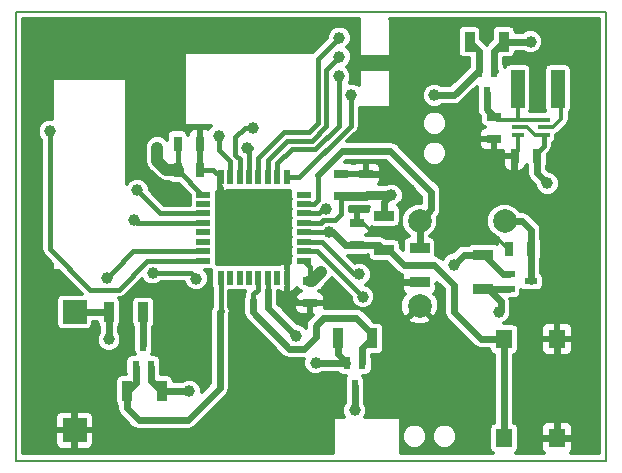
<source format=gbr>
G04 #@! TF.FileFunction,Copper,L1,Top,Signal*
%FSLAX46Y46*%
G04 Gerber Fmt 4.6, Leading zero omitted, Abs format (unit mm)*
G04 Created by KiCad (PCBNEW 4.0.0-2.201512091501+6195~38~ubuntu15.10.1-stable) date do 17 dec 2015 22:41:49 CET*
%MOMM*%
G01*
G04 APERTURE LIST*
%ADD10C,0.100000*%
%ADD11C,0.150000*%
%ADD12C,2.000000*%
%ADD13R,0.700000X1.300000*%
%ADD14R,1.300000X0.700000*%
%ADD15R,1.200000X0.500000*%
%ADD16R,0.500000X1.200000*%
%ADD17R,0.599440X1.000760*%
%ADD18R,1.000760X0.599440*%
%ADD19R,1.700000X0.900000*%
%ADD20R,0.900000X1.700000*%
%ADD21R,1.998980X1.998980*%
%ADD22R,1.400000X1.600000*%
%ADD23R,1.200000X3.200000*%
%ADD24R,1.000000X0.350000*%
%ADD25C,1.000000*%
%ADD26C,0.600000*%
%ADD27C,0.300000*%
%ADD28C,0.400000*%
%ADD29C,1.000000*%
%ADD30C,0.800000*%
G04 APERTURE END LIST*
D10*
D11*
X124666666Y-69000000D02*
G75*
G03X124666666Y-69000000I-666666J0D01*
G01*
X123000000Y-69000000D02*
X125000000Y-69000000D01*
X124000000Y-68000000D02*
X124000000Y-70000000D01*
X88966666Y-60400000D02*
G75*
G03X88966666Y-60400000I-666666J0D01*
G01*
X87300000Y-60400000D02*
X89300000Y-60400000D01*
X88300000Y-59400000D02*
X88300000Y-61400000D01*
X98666666Y-91200000D02*
G75*
G03X98666666Y-91200000I-666666J0D01*
G01*
X97000000Y-91200000D02*
X99000000Y-91200000D01*
X98000000Y-90200000D02*
X98000000Y-92200000D01*
X77000000Y-95000000D02*
X77000000Y-57000000D01*
X127000000Y-95000000D02*
X77000000Y-95000000D01*
X127000000Y-57000000D02*
X127000000Y-95000000D01*
X77000000Y-57000000D02*
X127000000Y-57000000D01*
D12*
X118400000Y-74700000D03*
X111200000Y-81870000D03*
X111200000Y-74700000D03*
D13*
X90700000Y-70350000D03*
X92600000Y-70350000D03*
D14*
X104550000Y-72600000D03*
X104550000Y-70700000D03*
D13*
X90700000Y-68150000D03*
X92600000Y-68150000D03*
D14*
X106650000Y-72600000D03*
X106650000Y-70700000D03*
X105900000Y-76750000D03*
X105900000Y-74850000D03*
X101900000Y-79750000D03*
X101900000Y-81650000D03*
D13*
X120650000Y-77100000D03*
X118750000Y-77100000D03*
D14*
X117500000Y-65850000D03*
X117500000Y-67750000D03*
D13*
X121150000Y-69200000D03*
X119250000Y-69200000D03*
D15*
X101400000Y-78050000D03*
X101400000Y-77250000D03*
X101400000Y-76450000D03*
X101400000Y-75650000D03*
X101400000Y-74850000D03*
X101400000Y-74050000D03*
X101400000Y-73250000D03*
X101400000Y-72450000D03*
D16*
X99950000Y-71000000D03*
X99150000Y-71000000D03*
X98350000Y-71000000D03*
X97550000Y-71000000D03*
X96750000Y-71000000D03*
X95950000Y-71000000D03*
X95150000Y-71000000D03*
X94350000Y-71000000D03*
D15*
X92900000Y-72450000D03*
X92900000Y-73250000D03*
X92900000Y-74050000D03*
X92900000Y-74850000D03*
X92900000Y-75650000D03*
X92900000Y-76450000D03*
X92900000Y-77250000D03*
X92900000Y-78050000D03*
D16*
X94350000Y-79500000D03*
X95150000Y-79500000D03*
X95950000Y-79500000D03*
X96750000Y-79500000D03*
X97550000Y-79500000D03*
X98350000Y-79500000D03*
X99150000Y-79500000D03*
X99950000Y-79500000D03*
D17*
X105049760Y-86750040D03*
X106350240Y-86750040D03*
X105700000Y-88649960D03*
D18*
X118750040Y-80450240D03*
X118750040Y-79149760D03*
X120649960Y-79800000D03*
D17*
X88450240Y-87049960D03*
X87149760Y-87049960D03*
X87800000Y-85150040D03*
X116226192Y-61960580D03*
X117526672Y-61960580D03*
X116876432Y-63860500D03*
D19*
X108200000Y-74250000D03*
X108200000Y-77150000D03*
X111200000Y-77000000D03*
X111200000Y-79900000D03*
D20*
X104280000Y-84630000D03*
X107180000Y-84630000D03*
D19*
X116600000Y-80450000D03*
X116600000Y-77550000D03*
D20*
X89350000Y-89100000D03*
X86450000Y-89100000D03*
X87800000Y-82420000D03*
X84900000Y-82420000D03*
D21*
X81980000Y-82398740D03*
X81980000Y-92401260D03*
D20*
X118326432Y-59510540D03*
X115426432Y-59510540D03*
D22*
X118350000Y-93100000D03*
X122850000Y-93100000D03*
X118350000Y-84700000D03*
X122850000Y-84700000D03*
D23*
X119500000Y-63500000D03*
X122900000Y-63500000D03*
D24*
X119500000Y-66100000D03*
X119500000Y-66750000D03*
X119500000Y-67400000D03*
X121700000Y-67400000D03*
X121700000Y-66750000D03*
X121700000Y-66100000D03*
D25*
X102400000Y-86700000D03*
X122000000Y-71500000D03*
X117926091Y-82370428D03*
X109000000Y-82850000D03*
X104450000Y-81200000D03*
X87200000Y-66200000D03*
X110400000Y-72100000D03*
X103533548Y-75650000D03*
X92300000Y-79600000D03*
X88600000Y-79100000D03*
X105361890Y-64017668D03*
X103308012Y-73649979D03*
X84900000Y-84700000D03*
X100702832Y-84402832D03*
X104399998Y-60800000D03*
X104400006Y-59200000D03*
X96600000Y-68499992D03*
X97100000Y-66800000D03*
X104361870Y-62418909D03*
X106100000Y-79200000D03*
X114100000Y-78399980D03*
X87300000Y-72100000D03*
X87000000Y-74600000D03*
X84700000Y-79493621D03*
X79900000Y-67100000D03*
X94200000Y-67500000D03*
X105700000Y-90700000D03*
X120600000Y-59500000D03*
X106400000Y-81100000D03*
X89000000Y-68500000D03*
X102868478Y-78982720D03*
X112450000Y-64055051D03*
X91700000Y-89100000D03*
X108800000Y-72500000D03*
D26*
X102400000Y-86700000D02*
X104999720Y-86700000D01*
X104999720Y-86700000D02*
X105049760Y-86750040D01*
X121150000Y-69200000D02*
X121150000Y-70650000D01*
X121150000Y-70650000D02*
X122000000Y-71500000D01*
X118050000Y-82246519D02*
X117926091Y-82370428D01*
X118050000Y-81500000D02*
X118050000Y-82246519D01*
X116600000Y-80450000D02*
X117000000Y-80450000D01*
X117000000Y-80450000D02*
X118050000Y-81500000D01*
D27*
X119500000Y-66750000D02*
X120300000Y-66750000D01*
X120300000Y-66750000D02*
X120950000Y-67400000D01*
X120950000Y-67400000D02*
X121700000Y-67400000D01*
D28*
X121150000Y-69200000D02*
X121150000Y-68900000D01*
X121150000Y-68900000D02*
X121700000Y-68350000D01*
X121700000Y-68350000D02*
X121700000Y-67425001D01*
D26*
X104280000Y-84630000D02*
X104280000Y-85980280D01*
X104280000Y-85980280D02*
X105049760Y-86750040D01*
X116600000Y-80450000D02*
X118749800Y-80450000D01*
X118749800Y-80450000D02*
X118750040Y-80450240D01*
D27*
X105900000Y-74850000D02*
X106400000Y-74850000D01*
X106400000Y-74850000D02*
X107000000Y-75450000D01*
X107000000Y-75450000D02*
X107450000Y-75450000D01*
X118750000Y-77100000D02*
X118700000Y-77100000D01*
X117500000Y-75900000D02*
X116450000Y-75900000D01*
X118700000Y-77100000D02*
X117500000Y-75900000D01*
X101900000Y-81650000D02*
X101050000Y-81650000D01*
X101050000Y-81650000D02*
X99950000Y-80550000D01*
X99950000Y-80550000D02*
X99950000Y-79500000D01*
X104000000Y-81650000D02*
X104450000Y-81200000D01*
X101900000Y-81650000D02*
X104000000Y-81650000D01*
X99950000Y-78600000D02*
X99950000Y-77550000D01*
X99950000Y-79500000D02*
X99950000Y-78600000D01*
D26*
X109000000Y-70700000D02*
X110400000Y-72100000D01*
X106650000Y-70700000D02*
X109000000Y-70700000D01*
D27*
X119200000Y-69100000D02*
X119500000Y-68800000D01*
X119500000Y-68800000D02*
X119500000Y-67400000D01*
D26*
X122850000Y-93100000D02*
X122850000Y-84700000D01*
D28*
X101750000Y-81650000D02*
X101900000Y-81650000D01*
X99950000Y-79500000D02*
X99950000Y-79850000D01*
X92600000Y-70350000D02*
X93700000Y-70350000D01*
X93700000Y-70350000D02*
X94350000Y-71000000D01*
X92600000Y-68150000D02*
X92600000Y-70350000D01*
D26*
X114100000Y-82400000D02*
X116400000Y-84700000D01*
X116400000Y-84700000D02*
X118350000Y-84700000D01*
X112400000Y-78400000D02*
X109850000Y-78400000D01*
X114100000Y-82400000D02*
X114100000Y-80100000D01*
X109850000Y-78400000D02*
X108600000Y-77150000D01*
X114100000Y-80100000D02*
X112400000Y-78400000D01*
X108600000Y-77150000D02*
X108200000Y-77150000D01*
X105900000Y-76750000D02*
X107800000Y-76750000D01*
X107800000Y-76750000D02*
X108200000Y-77150000D01*
X103533548Y-75650000D02*
X103850000Y-75650000D01*
X103850000Y-75650000D02*
X104900000Y-76700000D01*
X104900000Y-76700000D02*
X105850000Y-76700000D01*
X105850000Y-76700000D02*
X105900000Y-76750000D01*
D28*
X88600000Y-79100000D02*
X91800000Y-79100000D01*
X91800000Y-79100000D02*
X92300000Y-79600000D01*
D26*
X118350000Y-93100000D02*
X118350000Y-91700000D01*
X118350000Y-91700000D02*
X118350000Y-84700000D01*
D28*
X101400000Y-75650000D02*
X103700000Y-75650000D01*
D26*
X120650000Y-77100000D02*
X120650000Y-75450000D01*
X120650000Y-75450000D02*
X119900000Y-74700000D01*
X119900000Y-74700000D02*
X118400000Y-74700000D01*
X120649960Y-79800000D02*
X120649960Y-77100040D01*
X120649960Y-77100040D02*
X120650000Y-77100000D01*
D28*
X105361890Y-64724774D02*
X105361890Y-64017668D01*
X105361890Y-66608005D02*
X105361890Y-64724774D01*
X100969895Y-71000000D02*
X105361890Y-66608005D01*
X99950000Y-71000000D02*
X100969895Y-71000000D01*
D26*
X84800960Y-84799040D02*
X84900000Y-84700000D01*
D28*
X103063604Y-73649979D02*
X103308012Y-73649979D01*
X102663583Y-74050000D02*
X103063604Y-73649979D01*
X101400000Y-74050000D02*
X102663583Y-74050000D01*
D26*
X81980000Y-82398740D02*
X84878740Y-82398740D01*
X84878740Y-82398740D02*
X84900000Y-82420000D01*
X84900000Y-84700000D02*
X84900000Y-82420000D01*
X112199999Y-73700001D02*
X111200000Y-74700000D01*
X108728004Y-68800000D02*
X112199999Y-72271995D01*
X112199999Y-72271995D02*
X112199999Y-73700001D01*
X104600000Y-68800000D02*
X108728004Y-68800000D01*
X102600000Y-70800000D02*
X104600000Y-68800000D01*
X111200000Y-77000000D02*
X111200000Y-74700000D01*
D28*
X102600000Y-72877989D02*
X102600000Y-70800000D01*
X101400000Y-73250000D02*
X102227989Y-73250000D01*
X102227989Y-73250000D02*
X102600000Y-72877989D01*
D26*
X100202833Y-83902833D02*
X100702832Y-84402832D01*
X98350000Y-80550000D02*
X98350000Y-82050000D01*
X98350000Y-82050000D02*
X100202833Y-83902833D01*
D28*
X98350000Y-79500000D02*
X98350000Y-80550000D01*
D26*
X97100000Y-81400000D02*
X97100000Y-82428004D01*
X97100000Y-82428004D02*
X100174830Y-85502834D01*
X100174830Y-85502834D02*
X101397166Y-85502834D01*
X102400000Y-83550000D02*
X103050000Y-82900000D01*
X101397166Y-85502834D02*
X102400000Y-84500000D01*
X102400000Y-84500000D02*
X102400000Y-83550000D01*
X103050000Y-82900000D02*
X105850000Y-82900000D01*
X105850000Y-82900000D02*
X107180000Y-84230000D01*
X107180000Y-84230000D02*
X107180000Y-84630000D01*
D28*
X97550000Y-79500000D02*
X97500001Y-79549999D01*
X97500001Y-79549999D02*
X97500001Y-80500001D01*
X97500001Y-80500001D02*
X97100000Y-80900002D01*
X97100000Y-80900002D02*
X97100000Y-81600000D01*
X97100000Y-81600000D02*
X97100000Y-81400000D01*
D26*
X106350240Y-86750040D02*
X106350240Y-85459760D01*
X106350240Y-85459760D02*
X107180000Y-84630000D01*
D28*
X103300011Y-61899987D02*
X103899999Y-61299999D01*
X103899999Y-61299999D02*
X104399998Y-60800000D01*
X98350000Y-71000000D02*
X98350000Y-69560035D01*
X98350000Y-69560035D02*
X100010046Y-67899989D01*
X100010046Y-67899989D02*
X102089976Y-67899989D01*
X102089976Y-67899989D02*
X103300011Y-66689954D01*
X103300011Y-66689954D02*
X103300011Y-61899987D01*
X104400006Y-59200000D02*
X102600000Y-61000006D01*
X97550000Y-69370070D02*
X97550000Y-70000000D01*
X102600000Y-61000006D02*
X102600000Y-66400000D01*
X102600000Y-66400000D02*
X101800022Y-67199978D01*
X101800022Y-67199978D02*
X99720092Y-67199978D01*
X99720092Y-67199978D02*
X97550000Y-69370070D01*
X97550000Y-70000000D02*
X97550000Y-71000000D01*
X96750000Y-68649992D02*
X96600000Y-68499992D01*
X96900000Y-68500000D02*
X96600008Y-68500000D01*
X96600008Y-68500000D02*
X96600000Y-68499992D01*
X96750000Y-71000000D02*
X96750000Y-68649992D01*
X96392894Y-66800000D02*
X97100000Y-66800000D01*
X95950000Y-69430002D02*
X95599999Y-69080001D01*
X95950000Y-71000000D02*
X95950000Y-69430002D01*
X95599999Y-69080001D02*
X95599999Y-67592895D01*
X95599999Y-67592895D02*
X96392894Y-66800000D01*
X99150000Y-70000000D02*
X99150000Y-71000000D01*
X99150000Y-69810037D02*
X99150000Y-70000000D01*
X104361870Y-66618060D02*
X102379930Y-68600000D01*
X102379930Y-68600000D02*
X100360037Y-68600000D01*
X104361870Y-62418909D02*
X104361870Y-66618060D01*
X100360037Y-68600000D02*
X99150000Y-69810037D01*
X105649998Y-79200000D02*
X106100000Y-79200000D01*
X101400000Y-76450000D02*
X102899998Y-76450000D01*
X102899998Y-76450000D02*
X105649998Y-79200000D01*
D26*
X114599999Y-77899981D02*
X114100000Y-78399980D01*
X114949980Y-77550000D02*
X114599999Y-77899981D01*
X116600000Y-77550000D02*
X114949980Y-77550000D01*
X116600000Y-77550000D02*
X116650000Y-77550000D01*
X118249760Y-79149760D02*
X118750040Y-79149760D01*
X116650000Y-77550000D02*
X118249760Y-79149760D01*
D28*
X92900000Y-74050000D02*
X89250000Y-74050000D01*
X89250000Y-74050000D02*
X87300000Y-72100000D01*
X92900000Y-74850000D02*
X87250000Y-74850000D01*
X87250000Y-74850000D02*
X87000000Y-74600000D01*
D26*
X94350000Y-82350000D02*
X94300000Y-82400000D01*
X94300000Y-82400000D02*
X94300000Y-88800000D01*
X94300000Y-88800000D02*
X91600000Y-91500000D01*
X91600000Y-91500000D02*
X87400000Y-91500000D01*
X87400000Y-91500000D02*
X86450000Y-90550000D01*
X86450000Y-90550000D02*
X86450000Y-89100000D01*
D28*
X94350000Y-79500000D02*
X94350000Y-82350000D01*
D26*
X87149760Y-87049960D02*
X87149760Y-88400240D01*
X87149760Y-88400240D02*
X86450000Y-89100000D01*
D28*
X85199999Y-78993622D02*
X84700000Y-79493621D01*
X86943621Y-77250000D02*
X85199999Y-78993622D01*
X92900000Y-77250000D02*
X86943621Y-77250000D01*
X92900000Y-78050000D02*
X88150000Y-78050000D01*
X88150000Y-78050000D02*
X85706378Y-80493622D01*
X85706378Y-80493622D02*
X83325492Y-80493622D01*
X83325492Y-80493622D02*
X79900000Y-77068130D01*
X79900000Y-77068130D02*
X79900000Y-67100000D01*
X94200000Y-68669967D02*
X94200000Y-68207106D01*
X94200000Y-68207106D02*
X94200000Y-67500000D01*
X95150000Y-71000000D02*
X95150000Y-69619967D01*
X95150000Y-69619967D02*
X94200000Y-68669967D01*
D26*
X105700000Y-88649960D02*
X105700000Y-90700000D01*
X116876432Y-63860500D02*
X116876432Y-65226432D01*
X116876432Y-65226432D02*
X117500000Y-65850000D01*
D27*
X119500000Y-63500000D02*
X119500000Y-66100000D01*
X119500000Y-66100000D02*
X117750000Y-66100000D01*
X117750000Y-66100000D02*
X117500000Y-65850000D01*
X119500000Y-66100000D02*
X121700000Y-66100000D01*
D26*
X120600000Y-59500000D02*
X118336972Y-59500000D01*
X118336972Y-59500000D02*
X118326432Y-59510540D01*
X117576632Y-62010540D02*
X117526672Y-61960580D01*
D28*
X102550000Y-77250000D02*
X106400000Y-81100000D01*
X101400000Y-77250000D02*
X102550000Y-77250000D01*
D26*
X117526672Y-61960580D02*
X117526672Y-60310300D01*
X117526672Y-60310300D02*
X118326432Y-59510540D01*
D27*
X123200000Y-65400000D02*
X123200000Y-65118402D01*
X123200000Y-65118402D02*
X123200000Y-63500000D01*
X121700000Y-66750000D02*
X122500000Y-66750000D01*
X122500000Y-66750000D02*
X123200000Y-66050000D01*
X123200000Y-66050000D02*
X123200000Y-65118402D01*
D26*
X87800000Y-85150040D02*
X87800000Y-82420000D01*
D29*
X90700000Y-70350000D02*
X89750000Y-70350000D01*
X89750000Y-70350000D02*
X89000000Y-69600000D01*
X89000000Y-69600000D02*
X89000000Y-68500000D01*
D26*
X112450000Y-64055051D02*
X114131721Y-64055051D01*
X114131721Y-64055051D02*
X116226192Y-61960580D01*
X108200000Y-74250000D02*
X108200000Y-73100000D01*
X108200000Y-73100000D02*
X108800000Y-72500000D01*
D29*
X102368479Y-79482719D02*
X102868478Y-78982720D01*
X102101198Y-79750000D02*
X102368479Y-79482719D01*
X101900000Y-79750000D02*
X102101198Y-79750000D01*
D26*
X116226192Y-61960580D02*
X116226192Y-60310300D01*
X116226192Y-60310300D02*
X115426432Y-59510540D01*
D28*
X104550000Y-73350000D02*
X104550000Y-72600000D01*
X103053547Y-74649999D02*
X104013549Y-74649999D01*
X104550000Y-74113548D02*
X104550000Y-73350000D01*
X101400000Y-74850000D02*
X102853546Y-74850000D01*
X104013549Y-74649999D02*
X104550000Y-74113548D01*
X102853546Y-74850000D02*
X103053547Y-74649999D01*
D26*
X90550000Y-70200000D02*
X90700000Y-70350000D01*
X108600000Y-72700000D02*
X108800000Y-72500000D01*
D28*
X101900000Y-79750000D02*
X101900000Y-78550000D01*
X101900000Y-78550000D02*
X101400000Y-78050000D01*
D26*
X89350000Y-89100000D02*
X91700000Y-89100000D01*
X88450240Y-87049960D02*
X88450240Y-88200240D01*
X88450240Y-88200240D02*
X89350000Y-89100000D01*
D30*
X104550000Y-72600000D02*
X106650000Y-72600000D01*
X108800000Y-72500000D02*
X106750000Y-72500000D01*
X106750000Y-72500000D02*
X106650000Y-72600000D01*
D28*
X90700000Y-70350000D02*
X90700000Y-68150000D01*
X92900000Y-72450000D02*
X92800000Y-72450000D01*
X92800000Y-72450000D02*
X90700000Y-70350000D01*
D27*
G36*
X106061818Y-57641642D02*
X106050000Y-57700000D01*
X106050000Y-60700000D01*
X106060258Y-60754519D01*
X106092479Y-60804591D01*
X106141642Y-60838182D01*
X106200000Y-60850000D01*
X108600000Y-60850000D01*
X108654519Y-60839742D01*
X108704591Y-60807521D01*
X108738182Y-60758358D01*
X108750000Y-60700000D01*
X108750000Y-57700000D01*
X108739742Y-57645481D01*
X108726563Y-57625000D01*
X126375000Y-57625000D01*
X126375000Y-94375000D01*
X124005552Y-94375000D01*
X124107826Y-94272727D01*
X124208000Y-94030884D01*
X124208000Y-93368500D01*
X124043500Y-93204000D01*
X122954000Y-93204000D01*
X122954000Y-93224000D01*
X122746000Y-93224000D01*
X122746000Y-93204000D01*
X121656500Y-93204000D01*
X121492000Y-93368500D01*
X121492000Y-94030884D01*
X121592174Y-94272727D01*
X121694448Y-94375000D01*
X119327517Y-94375000D01*
X119441012Y-94301968D01*
X119566594Y-94118173D01*
X119610775Y-93900000D01*
X119610775Y-92300000D01*
X119586148Y-92169116D01*
X121492000Y-92169116D01*
X121492000Y-92831500D01*
X121656500Y-92996000D01*
X122746000Y-92996000D01*
X122746000Y-91806500D01*
X122954000Y-91806500D01*
X122954000Y-92996000D01*
X124043500Y-92996000D01*
X124208000Y-92831500D01*
X124208000Y-92169116D01*
X124107826Y-91927273D01*
X123922727Y-91742175D01*
X123680885Y-91642000D01*
X123118500Y-91642000D01*
X122954000Y-91806500D01*
X122746000Y-91806500D01*
X122581500Y-91642000D01*
X122019115Y-91642000D01*
X121777273Y-91742175D01*
X121592174Y-91927273D01*
X121492000Y-92169116D01*
X119586148Y-92169116D01*
X119572424Y-92096182D01*
X119451968Y-91908988D01*
X119268173Y-91783406D01*
X119200000Y-91769601D01*
X119200000Y-86032551D01*
X119253818Y-86022424D01*
X119441012Y-85901968D01*
X119566594Y-85718173D01*
X119610775Y-85500000D01*
X119610775Y-84968500D01*
X121492000Y-84968500D01*
X121492000Y-85630884D01*
X121592174Y-85872727D01*
X121777273Y-86057825D01*
X122019115Y-86158000D01*
X122581500Y-86158000D01*
X122746000Y-85993500D01*
X122746000Y-84804000D01*
X122954000Y-84804000D01*
X122954000Y-85993500D01*
X123118500Y-86158000D01*
X123680885Y-86158000D01*
X123922727Y-86057825D01*
X124107826Y-85872727D01*
X124208000Y-85630884D01*
X124208000Y-84968500D01*
X124043500Y-84804000D01*
X122954000Y-84804000D01*
X122746000Y-84804000D01*
X121656500Y-84804000D01*
X121492000Y-84968500D01*
X119610775Y-84968500D01*
X119610775Y-83900000D01*
X119586148Y-83769116D01*
X121492000Y-83769116D01*
X121492000Y-84431500D01*
X121656500Y-84596000D01*
X122746000Y-84596000D01*
X122746000Y-83406500D01*
X122954000Y-83406500D01*
X122954000Y-84596000D01*
X124043500Y-84596000D01*
X124208000Y-84431500D01*
X124208000Y-83769116D01*
X124107826Y-83527273D01*
X123922727Y-83342175D01*
X123680885Y-83242000D01*
X123118500Y-83242000D01*
X122954000Y-83406500D01*
X122746000Y-83406500D01*
X122581500Y-83242000D01*
X122019115Y-83242000D01*
X121777273Y-83342175D01*
X121592174Y-83527273D01*
X121492000Y-83769116D01*
X119586148Y-83769116D01*
X119572424Y-83696182D01*
X119451968Y-83508988D01*
X119268173Y-83383406D01*
X119050000Y-83339225D01*
X118331000Y-83339225D01*
X118520091Y-83261094D01*
X118815719Y-82965982D01*
X118975909Y-82580202D01*
X118976273Y-82162486D01*
X118900000Y-81977891D01*
X118900000Y-81500000D01*
X118862353Y-81310735D01*
X119250420Y-81310735D01*
X119454238Y-81272384D01*
X119641432Y-81151928D01*
X119767014Y-80968133D01*
X119811195Y-80749960D01*
X119811195Y-80534176D01*
X119931407Y-80616314D01*
X120149580Y-80660495D01*
X121150340Y-80660495D01*
X121354158Y-80622144D01*
X121541352Y-80501688D01*
X121666934Y-80317893D01*
X121711115Y-80099720D01*
X121711115Y-79500280D01*
X121672764Y-79296462D01*
X121552308Y-79109268D01*
X121499960Y-79073500D01*
X121499960Y-77992518D01*
X121516594Y-77968173D01*
X121560775Y-77750000D01*
X121560775Y-76450000D01*
X121522424Y-76246182D01*
X121500000Y-76211334D01*
X121500000Y-75450000D01*
X121435298Y-75124719D01*
X121251041Y-74848959D01*
X120501041Y-74098959D01*
X120225281Y-73914702D01*
X119900000Y-73850000D01*
X119725889Y-73850000D01*
X119714792Y-73823143D01*
X119279151Y-73386740D01*
X118709667Y-73150270D01*
X118093039Y-73149732D01*
X117523143Y-73385208D01*
X117086740Y-73820849D01*
X116850270Y-74390333D01*
X116849732Y-75006961D01*
X117085208Y-75576857D01*
X117520849Y-76013260D01*
X117817643Y-76136499D01*
X117742000Y-76319115D01*
X117742000Y-76633850D01*
X117668173Y-76583406D01*
X117450000Y-76539225D01*
X115750000Y-76539225D01*
X115546182Y-76577576D01*
X115358988Y-76698032D01*
X115357643Y-76700000D01*
X114949980Y-76700000D01*
X114624699Y-76764702D01*
X114348939Y-76948959D01*
X113948051Y-77349847D01*
X113892058Y-77349798D01*
X113506000Y-77509314D01*
X113210372Y-77804426D01*
X113150557Y-77948475D01*
X113001041Y-77798959D01*
X112725281Y-77614702D01*
X112583147Y-77586430D01*
X112610775Y-77450000D01*
X112610775Y-76550000D01*
X112572424Y-76346182D01*
X112451968Y-76158988D01*
X112268173Y-76033406D01*
X112093620Y-75998058D01*
X112513260Y-75579151D01*
X112749730Y-75009667D01*
X112750268Y-74393039D01*
X112738215Y-74363867D01*
X112801040Y-74301042D01*
X112985297Y-74025282D01*
X113049999Y-73700001D01*
X113049999Y-72271995D01*
X112985297Y-71946714D01*
X112801040Y-71670954D01*
X112801037Y-71670952D01*
X110279612Y-69149526D01*
X111391817Y-69149526D01*
X111552549Y-69538526D01*
X111849909Y-69836405D01*
X112238628Y-69997816D01*
X112659526Y-69998183D01*
X113048526Y-69837451D01*
X113346405Y-69540091D01*
X113376132Y-69468500D01*
X118242000Y-69468500D01*
X118242000Y-69980885D01*
X118342175Y-70222727D01*
X118527273Y-70407826D01*
X118769116Y-70508000D01*
X118981500Y-70508000D01*
X119146000Y-70343500D01*
X119146000Y-69304000D01*
X118406500Y-69304000D01*
X118242000Y-69468500D01*
X113376132Y-69468500D01*
X113507816Y-69151372D01*
X113508183Y-68730474D01*
X113347451Y-68341474D01*
X113050091Y-68043595D01*
X112989656Y-68018500D01*
X116192000Y-68018500D01*
X116192000Y-68230884D01*
X116292174Y-68472727D01*
X116477273Y-68657825D01*
X116719115Y-68758000D01*
X117231500Y-68758000D01*
X117396000Y-68593500D01*
X117396000Y-67854000D01*
X116356500Y-67854000D01*
X116192000Y-68018500D01*
X112989656Y-68018500D01*
X112661372Y-67882184D01*
X112240474Y-67881817D01*
X111851474Y-68042549D01*
X111553595Y-68339909D01*
X111392184Y-68728628D01*
X111391817Y-69149526D01*
X110279612Y-69149526D01*
X109329045Y-68198959D01*
X109053285Y-68014702D01*
X108728004Y-67950000D01*
X105080555Y-67950000D01*
X105892220Y-67138335D01*
X105942848Y-67062565D01*
X106054800Y-66895018D01*
X106111587Y-66609526D01*
X111391817Y-66609526D01*
X111552549Y-66998526D01*
X111849909Y-67296405D01*
X112238628Y-67457816D01*
X112659526Y-67458183D01*
X113048526Y-67297451D01*
X113346405Y-67000091D01*
X113507816Y-66611372D01*
X113508183Y-66190474D01*
X113347451Y-65801474D01*
X113050091Y-65503595D01*
X112661372Y-65342184D01*
X112240474Y-65341817D01*
X111851474Y-65502549D01*
X111553595Y-65799909D01*
X111392184Y-66188628D01*
X111391817Y-66609526D01*
X106111587Y-66609526D01*
X106111890Y-66608005D01*
X106111890Y-65117854D01*
X106141642Y-65138182D01*
X106200000Y-65150000D01*
X108600000Y-65150000D01*
X108654519Y-65139742D01*
X108704591Y-65107521D01*
X108738182Y-65058358D01*
X108750000Y-65000000D01*
X108750000Y-64262993D01*
X111399818Y-64262993D01*
X111559334Y-64649051D01*
X111854446Y-64944679D01*
X112240226Y-65104869D01*
X112657942Y-65105233D01*
X113044000Y-64945717D01*
X113084737Y-64905051D01*
X114131721Y-64905051D01*
X114457002Y-64840349D01*
X114732762Y-64656092D01*
X116015937Y-63372917D01*
X116015937Y-64360880D01*
X116026432Y-64416656D01*
X116026432Y-65226432D01*
X116091134Y-65551713D01*
X116275391Y-65827473D01*
X116289225Y-65841307D01*
X116289225Y-66200000D01*
X116327576Y-66403818D01*
X116448032Y-66591012D01*
X116631827Y-66716594D01*
X116757286Y-66742000D01*
X116719115Y-66742000D01*
X116477273Y-66842175D01*
X116292174Y-67027273D01*
X116192000Y-67269116D01*
X116192000Y-67481500D01*
X116356500Y-67646000D01*
X117396000Y-67646000D01*
X117396000Y-67626000D01*
X117604000Y-67626000D01*
X117604000Y-67646000D01*
X117624000Y-67646000D01*
X117624000Y-67854000D01*
X117604000Y-67854000D01*
X117604000Y-68593500D01*
X117768500Y-68758000D01*
X118242000Y-68758000D01*
X118242000Y-68931500D01*
X118406500Y-69096000D01*
X119146000Y-69096000D01*
X119146000Y-69076000D01*
X119354000Y-69076000D01*
X119354000Y-69096000D01*
X119374000Y-69096000D01*
X119374000Y-69304000D01*
X119354000Y-69304000D01*
X119354000Y-70343500D01*
X119518500Y-70508000D01*
X119730884Y-70508000D01*
X119972727Y-70407826D01*
X120157825Y-70222727D01*
X120258000Y-69980885D01*
X120258000Y-69949781D01*
X120277576Y-70053818D01*
X120300000Y-70088666D01*
X120300000Y-70650000D01*
X120364702Y-70975281D01*
X120548959Y-71251041D01*
X120949867Y-71651948D01*
X120949818Y-71707942D01*
X121109334Y-72094000D01*
X121404446Y-72389628D01*
X121790226Y-72549818D01*
X122207942Y-72550182D01*
X122594000Y-72390666D01*
X122889628Y-72095554D01*
X123049818Y-71709774D01*
X123050182Y-71292058D01*
X122890666Y-70906000D01*
X122595554Y-70610372D01*
X122209774Y-70450182D01*
X122152213Y-70450132D01*
X122000000Y-70297918D01*
X122000000Y-70092459D01*
X122016594Y-70068173D01*
X122060775Y-69850000D01*
X122060775Y-69049885D01*
X122230330Y-68880330D01*
X122392910Y-68637013D01*
X122450000Y-68350000D01*
X122450000Y-68067707D01*
X122591012Y-67976968D01*
X122716594Y-67793173D01*
X122760775Y-67575000D01*
X122760775Y-67398129D01*
X122767879Y-67396716D01*
X122994975Y-67244975D01*
X123694972Y-66544977D01*
X123694975Y-66544975D01*
X123846716Y-66317878D01*
X123900000Y-66050000D01*
X123900000Y-65488814D01*
X124016594Y-65318173D01*
X124060775Y-65100000D01*
X124060775Y-61900000D01*
X124022424Y-61696182D01*
X123901968Y-61508988D01*
X123718173Y-61383406D01*
X123500000Y-61339225D01*
X122300000Y-61339225D01*
X122096182Y-61377576D01*
X121908988Y-61498032D01*
X121783406Y-61681827D01*
X121739225Y-61900000D01*
X121739225Y-65100000D01*
X121777576Y-65303818D01*
X121816447Y-65364225D01*
X121200000Y-65364225D01*
X121009872Y-65400000D01*
X120560684Y-65400000D01*
X120616594Y-65318173D01*
X120660775Y-65100000D01*
X120660775Y-61900000D01*
X120622424Y-61696182D01*
X120501968Y-61508988D01*
X120318173Y-61383406D01*
X120100000Y-61339225D01*
X118900000Y-61339225D01*
X118696182Y-61377576D01*
X118508988Y-61498032D01*
X118387167Y-61676323D01*
X118387167Y-61460200D01*
X118376672Y-61404424D01*
X118376672Y-60921315D01*
X118776432Y-60921315D01*
X118980250Y-60882964D01*
X119167444Y-60762508D01*
X119293026Y-60578713D01*
X119337207Y-60360540D01*
X119337207Y-60350000D01*
X119964887Y-60350000D01*
X120004446Y-60389628D01*
X120390226Y-60549818D01*
X120807942Y-60550182D01*
X121194000Y-60390666D01*
X121489628Y-60095554D01*
X121649818Y-59709774D01*
X121650182Y-59292058D01*
X121490666Y-58906000D01*
X121195554Y-58610372D01*
X120809774Y-58450182D01*
X120392058Y-58449818D01*
X120006000Y-58609334D01*
X119965263Y-58650000D01*
X119335224Y-58650000D01*
X119298856Y-58456722D01*
X119178400Y-58269528D01*
X118994605Y-58143946D01*
X118776432Y-58099765D01*
X117876432Y-58099765D01*
X117672614Y-58138116D01*
X117485420Y-58258572D01*
X117359838Y-58442367D01*
X117315657Y-58660540D01*
X117315657Y-59319233D01*
X116925631Y-59709259D01*
X116876432Y-59782890D01*
X116827233Y-59709259D01*
X116827230Y-59709257D01*
X116437207Y-59319234D01*
X116437207Y-58660540D01*
X116398856Y-58456722D01*
X116278400Y-58269528D01*
X116094605Y-58143946D01*
X115876432Y-58099765D01*
X114976432Y-58099765D01*
X114772614Y-58138116D01*
X114585420Y-58258572D01*
X114459838Y-58442367D01*
X114415657Y-58660540D01*
X114415657Y-60360540D01*
X114454008Y-60564358D01*
X114574464Y-60751552D01*
X114758259Y-60877134D01*
X114976432Y-60921315D01*
X115376192Y-60921315D01*
X115376192Y-61408374D01*
X115365697Y-61460200D01*
X115365697Y-61618993D01*
X113779639Y-63205051D01*
X113085113Y-63205051D01*
X113045554Y-63165423D01*
X112659774Y-63005233D01*
X112242058Y-63004869D01*
X111856000Y-63164385D01*
X111560372Y-63459497D01*
X111400182Y-63845277D01*
X111399818Y-64262993D01*
X108750000Y-64262993D01*
X108750000Y-62000000D01*
X108739742Y-61945481D01*
X108707521Y-61895409D01*
X108658358Y-61861818D01*
X108600000Y-61850000D01*
X106200000Y-61850000D01*
X106145481Y-61860258D01*
X106095409Y-61892479D01*
X106061818Y-61941642D01*
X106050000Y-62000000D01*
X106050000Y-63220758D01*
X105957444Y-63128040D01*
X105571664Y-62967850D01*
X105270962Y-62967588D01*
X105411688Y-62628683D01*
X105412052Y-62210967D01*
X105252536Y-61824909D01*
X105056371Y-61628401D01*
X105289626Y-61395554D01*
X105449816Y-61009774D01*
X105450180Y-60592058D01*
X105290664Y-60206000D01*
X105084927Y-59999903D01*
X105289634Y-59795554D01*
X105449824Y-59409774D01*
X105450188Y-58992058D01*
X105290672Y-58606000D01*
X104995560Y-58310372D01*
X104609780Y-58150182D01*
X104192064Y-58149818D01*
X103806006Y-58309334D01*
X103510378Y-58604446D01*
X103350188Y-58990226D01*
X103350014Y-59189332D01*
X102189346Y-60350000D01*
X91400000Y-60350000D01*
X91345481Y-60360258D01*
X91295409Y-60392479D01*
X91261818Y-60441642D01*
X91250000Y-60500000D01*
X91250000Y-66500000D01*
X91260258Y-66554519D01*
X91292479Y-66604591D01*
X91341642Y-66638182D01*
X91400000Y-66650000D01*
X93565263Y-66650000D01*
X93310372Y-66904446D01*
X93298818Y-66932271D01*
X93080884Y-66842000D01*
X92868500Y-66842000D01*
X92704000Y-67006500D01*
X92704000Y-68046000D01*
X92724000Y-68046000D01*
X92724000Y-68254000D01*
X92704000Y-68254000D01*
X92704000Y-70246000D01*
X92724000Y-70246000D01*
X92724000Y-70454000D01*
X92704000Y-70454000D01*
X92704000Y-70474000D01*
X92496000Y-70474000D01*
X92496000Y-70454000D01*
X92476000Y-70454000D01*
X92476000Y-70246000D01*
X92496000Y-70246000D01*
X92496000Y-68254000D01*
X92476000Y-68254000D01*
X92476000Y-68046000D01*
X92496000Y-68046000D01*
X92496000Y-67006500D01*
X92331500Y-66842000D01*
X92119116Y-66842000D01*
X91877273Y-66942174D01*
X91692175Y-67127273D01*
X91592000Y-67369115D01*
X91592000Y-67400219D01*
X91572424Y-67296182D01*
X91451968Y-67108988D01*
X91268173Y-66983406D01*
X91050000Y-66939225D01*
X90350000Y-66939225D01*
X90146182Y-66977576D01*
X89958988Y-67098032D01*
X89833406Y-67281827D01*
X89789225Y-67500000D01*
X89789225Y-67804382D01*
X89595554Y-67610372D01*
X89209774Y-67450182D01*
X88792058Y-67449818D01*
X88406000Y-67609334D01*
X88110372Y-67904446D01*
X87950182Y-68290226D01*
X87949818Y-68707942D01*
X87950000Y-68708382D01*
X87950000Y-69600000D01*
X88029926Y-70001818D01*
X88257538Y-70342462D01*
X89007538Y-71092462D01*
X89348182Y-71320074D01*
X89750000Y-71400000D01*
X89961186Y-71400000D01*
X90131827Y-71516594D01*
X90350000Y-71560775D01*
X90850115Y-71560775D01*
X91739225Y-72449885D01*
X91739225Y-72700000D01*
X91768486Y-72855507D01*
X91739225Y-73000000D01*
X91739225Y-73300000D01*
X89560660Y-73300000D01*
X88350010Y-72089350D01*
X88350182Y-71892058D01*
X88190666Y-71506000D01*
X87895554Y-71210372D01*
X87509774Y-71050182D01*
X87092058Y-71049818D01*
X86706000Y-71209334D01*
X86410372Y-71504446D01*
X86400000Y-71529425D01*
X86400000Y-62750000D01*
X86389742Y-62695481D01*
X86357521Y-62645409D01*
X86308358Y-62611818D01*
X86250000Y-62600000D01*
X80250000Y-62600000D01*
X80195481Y-62610258D01*
X80145409Y-62642479D01*
X80111818Y-62691642D01*
X80100000Y-62750000D01*
X80100000Y-66050173D01*
X79692058Y-66049818D01*
X79306000Y-66209334D01*
X79010372Y-66504446D01*
X78850182Y-66890226D01*
X78849818Y-67307942D01*
X79009334Y-67694000D01*
X79150000Y-67834912D01*
X79150000Y-77068130D01*
X79207090Y-77355143D01*
X79369670Y-77598460D01*
X80100000Y-78328790D01*
X80100000Y-78750000D01*
X80110258Y-78804519D01*
X80142479Y-78854591D01*
X80191642Y-78888182D01*
X80250000Y-78900000D01*
X80671210Y-78900000D01*
X82609685Y-80838475D01*
X80980510Y-80838475D01*
X80776692Y-80876826D01*
X80589498Y-80997282D01*
X80463916Y-81181077D01*
X80419735Y-81399250D01*
X80419735Y-83398230D01*
X80458086Y-83602048D01*
X80578542Y-83789242D01*
X80762337Y-83914824D01*
X80980510Y-83959005D01*
X82979490Y-83959005D01*
X83183308Y-83920654D01*
X83370502Y-83800198D01*
X83496084Y-83616403D01*
X83540265Y-83398230D01*
X83540265Y-83248740D01*
X83889225Y-83248740D01*
X83889225Y-83270000D01*
X83927576Y-83473818D01*
X84048032Y-83661012D01*
X84050000Y-83662357D01*
X84050000Y-84064887D01*
X84010372Y-84104446D01*
X83850182Y-84490226D01*
X83849818Y-84907942D01*
X84009334Y-85294000D01*
X84304446Y-85589628D01*
X84690226Y-85749818D01*
X85107942Y-85750182D01*
X85494000Y-85590666D01*
X85789628Y-85295554D01*
X85949818Y-84909774D01*
X85950182Y-84492058D01*
X85790666Y-84106000D01*
X85750000Y-84065263D01*
X85750000Y-83658814D01*
X85866594Y-83488173D01*
X85910775Y-83270000D01*
X85910775Y-81570000D01*
X85872424Y-81366182D01*
X85783666Y-81228249D01*
X85993391Y-81186532D01*
X86236708Y-81023952D01*
X87667619Y-79593041D01*
X87709334Y-79694000D01*
X88004446Y-79989628D01*
X88390226Y-80149818D01*
X88807942Y-80150182D01*
X89194000Y-79990666D01*
X89334912Y-79850000D01*
X91267196Y-79850000D01*
X91409334Y-80194000D01*
X91704446Y-80489628D01*
X92090226Y-80649818D01*
X92507942Y-80650182D01*
X92894000Y-80490666D01*
X93189628Y-80195554D01*
X93349818Y-79809774D01*
X93350182Y-79392058D01*
X93190666Y-79006000D01*
X93045694Y-78860775D01*
X93500000Y-78860775D01*
X93549037Y-78851548D01*
X93539225Y-78900000D01*
X93539225Y-80100000D01*
X93577576Y-80303818D01*
X93600000Y-80338666D01*
X93600000Y-81947062D01*
X93514702Y-82074719D01*
X93450000Y-82400000D01*
X93450000Y-88447919D01*
X92749959Y-89147960D01*
X92750182Y-88892058D01*
X92590666Y-88506000D01*
X92295554Y-88210372D01*
X91909774Y-88050182D01*
X91492058Y-88049818D01*
X91106000Y-88209334D01*
X91065263Y-88250000D01*
X90360775Y-88250000D01*
X90322424Y-88046182D01*
X90201968Y-87858988D01*
X90018173Y-87733406D01*
X89800000Y-87689225D01*
X89300240Y-87689225D01*
X89300240Y-87602166D01*
X89310735Y-87550340D01*
X89310735Y-86549580D01*
X89272384Y-86345762D01*
X89151928Y-86158568D01*
X88968133Y-86032986D01*
X88749960Y-85988805D01*
X88534176Y-85988805D01*
X88616314Y-85868593D01*
X88660495Y-85650420D01*
X88660495Y-84649660D01*
X88650000Y-84593884D01*
X88650000Y-83658814D01*
X88766594Y-83488173D01*
X88810775Y-83270000D01*
X88810775Y-81570000D01*
X88772424Y-81366182D01*
X88651968Y-81178988D01*
X88468173Y-81053406D01*
X88250000Y-81009225D01*
X87350000Y-81009225D01*
X87146182Y-81047576D01*
X86958988Y-81168032D01*
X86833406Y-81351827D01*
X86789225Y-81570000D01*
X86789225Y-83270000D01*
X86827576Y-83473818D01*
X86948032Y-83661012D01*
X86950000Y-83662357D01*
X86950000Y-84597834D01*
X86939505Y-84649660D01*
X86939505Y-85650420D01*
X86977856Y-85854238D01*
X87064447Y-85988805D01*
X86850040Y-85988805D01*
X86646222Y-86027156D01*
X86459028Y-86147612D01*
X86333446Y-86331407D01*
X86289265Y-86549580D01*
X86289265Y-87550340D01*
X86299760Y-87606116D01*
X86299760Y-87689225D01*
X86000000Y-87689225D01*
X85796182Y-87727576D01*
X85608988Y-87848032D01*
X85483406Y-88031827D01*
X85439225Y-88250000D01*
X85439225Y-89950000D01*
X85477576Y-90153818D01*
X85598032Y-90341012D01*
X85600000Y-90342357D01*
X85600000Y-90550000D01*
X85664702Y-90875281D01*
X85848959Y-91151041D01*
X86798959Y-92101041D01*
X87074719Y-92285298D01*
X87400000Y-92350000D01*
X91600000Y-92350000D01*
X91925281Y-92285298D01*
X92201041Y-92101041D01*
X94901038Y-89401043D01*
X94901041Y-89401041D01*
X95085298Y-89125281D01*
X95090327Y-89100000D01*
X95150001Y-88800000D01*
X95150000Y-88799995D01*
X95150000Y-82601370D01*
X95200001Y-82350000D01*
X95135298Y-82024719D01*
X95100000Y-81971892D01*
X95100000Y-80660775D01*
X95400000Y-80660775D01*
X95555507Y-80631514D01*
X95700000Y-80660775D01*
X96200000Y-80660775D01*
X96355507Y-80631514D01*
X96401550Y-80640839D01*
X96350000Y-80900002D01*
X96350000Y-81021892D01*
X96314702Y-81074719D01*
X96250000Y-81400000D01*
X96250000Y-82428004D01*
X96314702Y-82753285D01*
X96498959Y-83029045D01*
X99573789Y-86103875D01*
X99849549Y-86288132D01*
X100174830Y-86352834D01*
X101397166Y-86352834D01*
X101408138Y-86350651D01*
X101350182Y-86490226D01*
X101349818Y-86907942D01*
X101509334Y-87294000D01*
X101804446Y-87589628D01*
X102190226Y-87749818D01*
X102607942Y-87750182D01*
X102994000Y-87590666D01*
X103034737Y-87550000D01*
X104289237Y-87550000D01*
X104348072Y-87641432D01*
X104531867Y-87767014D01*
X104750040Y-87811195D01*
X104965824Y-87811195D01*
X104883686Y-87931407D01*
X104839505Y-88149580D01*
X104839505Y-89150340D01*
X104850000Y-89206116D01*
X104850000Y-90064887D01*
X104810372Y-90104446D01*
X104650182Y-90490226D01*
X104649818Y-90907942D01*
X104791154Y-91250000D01*
X104000000Y-91250000D01*
X103945481Y-91260258D01*
X103895409Y-91292479D01*
X103861818Y-91341642D01*
X103850000Y-91400000D01*
X103850000Y-94375000D01*
X77625000Y-94375000D01*
X77625000Y-92669760D01*
X80322510Y-92669760D01*
X80322510Y-93531634D01*
X80422684Y-93773477D01*
X80607783Y-93958575D01*
X80849625Y-94058750D01*
X81711500Y-94058750D01*
X81876000Y-93894250D01*
X81876000Y-92505260D01*
X82084000Y-92505260D01*
X82084000Y-93894250D01*
X82248500Y-94058750D01*
X83110375Y-94058750D01*
X83352217Y-93958575D01*
X83537316Y-93773477D01*
X83637490Y-93531634D01*
X83637490Y-92669760D01*
X83472990Y-92505260D01*
X82084000Y-92505260D01*
X81876000Y-92505260D01*
X80487010Y-92505260D01*
X80322510Y-92669760D01*
X77625000Y-92669760D01*
X77625000Y-91270886D01*
X80322510Y-91270886D01*
X80322510Y-92132760D01*
X80487010Y-92297260D01*
X81876000Y-92297260D01*
X81876000Y-90908270D01*
X82084000Y-90908270D01*
X82084000Y-92297260D01*
X83472990Y-92297260D01*
X83637490Y-92132760D01*
X83637490Y-91270886D01*
X83537316Y-91029043D01*
X83352217Y-90843945D01*
X83110375Y-90743770D01*
X82248500Y-90743770D01*
X82084000Y-90908270D01*
X81876000Y-90908270D01*
X81711500Y-90743770D01*
X80849625Y-90743770D01*
X80607783Y-90843945D01*
X80422684Y-91029043D01*
X80322510Y-91270886D01*
X77625000Y-91270886D01*
X77625000Y-57625000D01*
X106073189Y-57625000D01*
X106061818Y-57641642D01*
X106061818Y-57641642D01*
G37*
X106061818Y-57641642D02*
X106050000Y-57700000D01*
X106050000Y-60700000D01*
X106060258Y-60754519D01*
X106092479Y-60804591D01*
X106141642Y-60838182D01*
X106200000Y-60850000D01*
X108600000Y-60850000D01*
X108654519Y-60839742D01*
X108704591Y-60807521D01*
X108738182Y-60758358D01*
X108750000Y-60700000D01*
X108750000Y-57700000D01*
X108739742Y-57645481D01*
X108726563Y-57625000D01*
X126375000Y-57625000D01*
X126375000Y-94375000D01*
X124005552Y-94375000D01*
X124107826Y-94272727D01*
X124208000Y-94030884D01*
X124208000Y-93368500D01*
X124043500Y-93204000D01*
X122954000Y-93204000D01*
X122954000Y-93224000D01*
X122746000Y-93224000D01*
X122746000Y-93204000D01*
X121656500Y-93204000D01*
X121492000Y-93368500D01*
X121492000Y-94030884D01*
X121592174Y-94272727D01*
X121694448Y-94375000D01*
X119327517Y-94375000D01*
X119441012Y-94301968D01*
X119566594Y-94118173D01*
X119610775Y-93900000D01*
X119610775Y-92300000D01*
X119586148Y-92169116D01*
X121492000Y-92169116D01*
X121492000Y-92831500D01*
X121656500Y-92996000D01*
X122746000Y-92996000D01*
X122746000Y-91806500D01*
X122954000Y-91806500D01*
X122954000Y-92996000D01*
X124043500Y-92996000D01*
X124208000Y-92831500D01*
X124208000Y-92169116D01*
X124107826Y-91927273D01*
X123922727Y-91742175D01*
X123680885Y-91642000D01*
X123118500Y-91642000D01*
X122954000Y-91806500D01*
X122746000Y-91806500D01*
X122581500Y-91642000D01*
X122019115Y-91642000D01*
X121777273Y-91742175D01*
X121592174Y-91927273D01*
X121492000Y-92169116D01*
X119586148Y-92169116D01*
X119572424Y-92096182D01*
X119451968Y-91908988D01*
X119268173Y-91783406D01*
X119200000Y-91769601D01*
X119200000Y-86032551D01*
X119253818Y-86022424D01*
X119441012Y-85901968D01*
X119566594Y-85718173D01*
X119610775Y-85500000D01*
X119610775Y-84968500D01*
X121492000Y-84968500D01*
X121492000Y-85630884D01*
X121592174Y-85872727D01*
X121777273Y-86057825D01*
X122019115Y-86158000D01*
X122581500Y-86158000D01*
X122746000Y-85993500D01*
X122746000Y-84804000D01*
X122954000Y-84804000D01*
X122954000Y-85993500D01*
X123118500Y-86158000D01*
X123680885Y-86158000D01*
X123922727Y-86057825D01*
X124107826Y-85872727D01*
X124208000Y-85630884D01*
X124208000Y-84968500D01*
X124043500Y-84804000D01*
X122954000Y-84804000D01*
X122746000Y-84804000D01*
X121656500Y-84804000D01*
X121492000Y-84968500D01*
X119610775Y-84968500D01*
X119610775Y-83900000D01*
X119586148Y-83769116D01*
X121492000Y-83769116D01*
X121492000Y-84431500D01*
X121656500Y-84596000D01*
X122746000Y-84596000D01*
X122746000Y-83406500D01*
X122954000Y-83406500D01*
X122954000Y-84596000D01*
X124043500Y-84596000D01*
X124208000Y-84431500D01*
X124208000Y-83769116D01*
X124107826Y-83527273D01*
X123922727Y-83342175D01*
X123680885Y-83242000D01*
X123118500Y-83242000D01*
X122954000Y-83406500D01*
X122746000Y-83406500D01*
X122581500Y-83242000D01*
X122019115Y-83242000D01*
X121777273Y-83342175D01*
X121592174Y-83527273D01*
X121492000Y-83769116D01*
X119586148Y-83769116D01*
X119572424Y-83696182D01*
X119451968Y-83508988D01*
X119268173Y-83383406D01*
X119050000Y-83339225D01*
X118331000Y-83339225D01*
X118520091Y-83261094D01*
X118815719Y-82965982D01*
X118975909Y-82580202D01*
X118976273Y-82162486D01*
X118900000Y-81977891D01*
X118900000Y-81500000D01*
X118862353Y-81310735D01*
X119250420Y-81310735D01*
X119454238Y-81272384D01*
X119641432Y-81151928D01*
X119767014Y-80968133D01*
X119811195Y-80749960D01*
X119811195Y-80534176D01*
X119931407Y-80616314D01*
X120149580Y-80660495D01*
X121150340Y-80660495D01*
X121354158Y-80622144D01*
X121541352Y-80501688D01*
X121666934Y-80317893D01*
X121711115Y-80099720D01*
X121711115Y-79500280D01*
X121672764Y-79296462D01*
X121552308Y-79109268D01*
X121499960Y-79073500D01*
X121499960Y-77992518D01*
X121516594Y-77968173D01*
X121560775Y-77750000D01*
X121560775Y-76450000D01*
X121522424Y-76246182D01*
X121500000Y-76211334D01*
X121500000Y-75450000D01*
X121435298Y-75124719D01*
X121251041Y-74848959D01*
X120501041Y-74098959D01*
X120225281Y-73914702D01*
X119900000Y-73850000D01*
X119725889Y-73850000D01*
X119714792Y-73823143D01*
X119279151Y-73386740D01*
X118709667Y-73150270D01*
X118093039Y-73149732D01*
X117523143Y-73385208D01*
X117086740Y-73820849D01*
X116850270Y-74390333D01*
X116849732Y-75006961D01*
X117085208Y-75576857D01*
X117520849Y-76013260D01*
X117817643Y-76136499D01*
X117742000Y-76319115D01*
X117742000Y-76633850D01*
X117668173Y-76583406D01*
X117450000Y-76539225D01*
X115750000Y-76539225D01*
X115546182Y-76577576D01*
X115358988Y-76698032D01*
X115357643Y-76700000D01*
X114949980Y-76700000D01*
X114624699Y-76764702D01*
X114348939Y-76948959D01*
X113948051Y-77349847D01*
X113892058Y-77349798D01*
X113506000Y-77509314D01*
X113210372Y-77804426D01*
X113150557Y-77948475D01*
X113001041Y-77798959D01*
X112725281Y-77614702D01*
X112583147Y-77586430D01*
X112610775Y-77450000D01*
X112610775Y-76550000D01*
X112572424Y-76346182D01*
X112451968Y-76158988D01*
X112268173Y-76033406D01*
X112093620Y-75998058D01*
X112513260Y-75579151D01*
X112749730Y-75009667D01*
X112750268Y-74393039D01*
X112738215Y-74363867D01*
X112801040Y-74301042D01*
X112985297Y-74025282D01*
X113049999Y-73700001D01*
X113049999Y-72271995D01*
X112985297Y-71946714D01*
X112801040Y-71670954D01*
X112801037Y-71670952D01*
X110279612Y-69149526D01*
X111391817Y-69149526D01*
X111552549Y-69538526D01*
X111849909Y-69836405D01*
X112238628Y-69997816D01*
X112659526Y-69998183D01*
X113048526Y-69837451D01*
X113346405Y-69540091D01*
X113376132Y-69468500D01*
X118242000Y-69468500D01*
X118242000Y-69980885D01*
X118342175Y-70222727D01*
X118527273Y-70407826D01*
X118769116Y-70508000D01*
X118981500Y-70508000D01*
X119146000Y-70343500D01*
X119146000Y-69304000D01*
X118406500Y-69304000D01*
X118242000Y-69468500D01*
X113376132Y-69468500D01*
X113507816Y-69151372D01*
X113508183Y-68730474D01*
X113347451Y-68341474D01*
X113050091Y-68043595D01*
X112989656Y-68018500D01*
X116192000Y-68018500D01*
X116192000Y-68230884D01*
X116292174Y-68472727D01*
X116477273Y-68657825D01*
X116719115Y-68758000D01*
X117231500Y-68758000D01*
X117396000Y-68593500D01*
X117396000Y-67854000D01*
X116356500Y-67854000D01*
X116192000Y-68018500D01*
X112989656Y-68018500D01*
X112661372Y-67882184D01*
X112240474Y-67881817D01*
X111851474Y-68042549D01*
X111553595Y-68339909D01*
X111392184Y-68728628D01*
X111391817Y-69149526D01*
X110279612Y-69149526D01*
X109329045Y-68198959D01*
X109053285Y-68014702D01*
X108728004Y-67950000D01*
X105080555Y-67950000D01*
X105892220Y-67138335D01*
X105942848Y-67062565D01*
X106054800Y-66895018D01*
X106111587Y-66609526D01*
X111391817Y-66609526D01*
X111552549Y-66998526D01*
X111849909Y-67296405D01*
X112238628Y-67457816D01*
X112659526Y-67458183D01*
X113048526Y-67297451D01*
X113346405Y-67000091D01*
X113507816Y-66611372D01*
X113508183Y-66190474D01*
X113347451Y-65801474D01*
X113050091Y-65503595D01*
X112661372Y-65342184D01*
X112240474Y-65341817D01*
X111851474Y-65502549D01*
X111553595Y-65799909D01*
X111392184Y-66188628D01*
X111391817Y-66609526D01*
X106111587Y-66609526D01*
X106111890Y-66608005D01*
X106111890Y-65117854D01*
X106141642Y-65138182D01*
X106200000Y-65150000D01*
X108600000Y-65150000D01*
X108654519Y-65139742D01*
X108704591Y-65107521D01*
X108738182Y-65058358D01*
X108750000Y-65000000D01*
X108750000Y-64262993D01*
X111399818Y-64262993D01*
X111559334Y-64649051D01*
X111854446Y-64944679D01*
X112240226Y-65104869D01*
X112657942Y-65105233D01*
X113044000Y-64945717D01*
X113084737Y-64905051D01*
X114131721Y-64905051D01*
X114457002Y-64840349D01*
X114732762Y-64656092D01*
X116015937Y-63372917D01*
X116015937Y-64360880D01*
X116026432Y-64416656D01*
X116026432Y-65226432D01*
X116091134Y-65551713D01*
X116275391Y-65827473D01*
X116289225Y-65841307D01*
X116289225Y-66200000D01*
X116327576Y-66403818D01*
X116448032Y-66591012D01*
X116631827Y-66716594D01*
X116757286Y-66742000D01*
X116719115Y-66742000D01*
X116477273Y-66842175D01*
X116292174Y-67027273D01*
X116192000Y-67269116D01*
X116192000Y-67481500D01*
X116356500Y-67646000D01*
X117396000Y-67646000D01*
X117396000Y-67626000D01*
X117604000Y-67626000D01*
X117604000Y-67646000D01*
X117624000Y-67646000D01*
X117624000Y-67854000D01*
X117604000Y-67854000D01*
X117604000Y-68593500D01*
X117768500Y-68758000D01*
X118242000Y-68758000D01*
X118242000Y-68931500D01*
X118406500Y-69096000D01*
X119146000Y-69096000D01*
X119146000Y-69076000D01*
X119354000Y-69076000D01*
X119354000Y-69096000D01*
X119374000Y-69096000D01*
X119374000Y-69304000D01*
X119354000Y-69304000D01*
X119354000Y-70343500D01*
X119518500Y-70508000D01*
X119730884Y-70508000D01*
X119972727Y-70407826D01*
X120157825Y-70222727D01*
X120258000Y-69980885D01*
X120258000Y-69949781D01*
X120277576Y-70053818D01*
X120300000Y-70088666D01*
X120300000Y-70650000D01*
X120364702Y-70975281D01*
X120548959Y-71251041D01*
X120949867Y-71651948D01*
X120949818Y-71707942D01*
X121109334Y-72094000D01*
X121404446Y-72389628D01*
X121790226Y-72549818D01*
X122207942Y-72550182D01*
X122594000Y-72390666D01*
X122889628Y-72095554D01*
X123049818Y-71709774D01*
X123050182Y-71292058D01*
X122890666Y-70906000D01*
X122595554Y-70610372D01*
X122209774Y-70450182D01*
X122152213Y-70450132D01*
X122000000Y-70297918D01*
X122000000Y-70092459D01*
X122016594Y-70068173D01*
X122060775Y-69850000D01*
X122060775Y-69049885D01*
X122230330Y-68880330D01*
X122392910Y-68637013D01*
X122450000Y-68350000D01*
X122450000Y-68067707D01*
X122591012Y-67976968D01*
X122716594Y-67793173D01*
X122760775Y-67575000D01*
X122760775Y-67398129D01*
X122767879Y-67396716D01*
X122994975Y-67244975D01*
X123694972Y-66544977D01*
X123694975Y-66544975D01*
X123846716Y-66317878D01*
X123900000Y-66050000D01*
X123900000Y-65488814D01*
X124016594Y-65318173D01*
X124060775Y-65100000D01*
X124060775Y-61900000D01*
X124022424Y-61696182D01*
X123901968Y-61508988D01*
X123718173Y-61383406D01*
X123500000Y-61339225D01*
X122300000Y-61339225D01*
X122096182Y-61377576D01*
X121908988Y-61498032D01*
X121783406Y-61681827D01*
X121739225Y-61900000D01*
X121739225Y-65100000D01*
X121777576Y-65303818D01*
X121816447Y-65364225D01*
X121200000Y-65364225D01*
X121009872Y-65400000D01*
X120560684Y-65400000D01*
X120616594Y-65318173D01*
X120660775Y-65100000D01*
X120660775Y-61900000D01*
X120622424Y-61696182D01*
X120501968Y-61508988D01*
X120318173Y-61383406D01*
X120100000Y-61339225D01*
X118900000Y-61339225D01*
X118696182Y-61377576D01*
X118508988Y-61498032D01*
X118387167Y-61676323D01*
X118387167Y-61460200D01*
X118376672Y-61404424D01*
X118376672Y-60921315D01*
X118776432Y-60921315D01*
X118980250Y-60882964D01*
X119167444Y-60762508D01*
X119293026Y-60578713D01*
X119337207Y-60360540D01*
X119337207Y-60350000D01*
X119964887Y-60350000D01*
X120004446Y-60389628D01*
X120390226Y-60549818D01*
X120807942Y-60550182D01*
X121194000Y-60390666D01*
X121489628Y-60095554D01*
X121649818Y-59709774D01*
X121650182Y-59292058D01*
X121490666Y-58906000D01*
X121195554Y-58610372D01*
X120809774Y-58450182D01*
X120392058Y-58449818D01*
X120006000Y-58609334D01*
X119965263Y-58650000D01*
X119335224Y-58650000D01*
X119298856Y-58456722D01*
X119178400Y-58269528D01*
X118994605Y-58143946D01*
X118776432Y-58099765D01*
X117876432Y-58099765D01*
X117672614Y-58138116D01*
X117485420Y-58258572D01*
X117359838Y-58442367D01*
X117315657Y-58660540D01*
X117315657Y-59319233D01*
X116925631Y-59709259D01*
X116876432Y-59782890D01*
X116827233Y-59709259D01*
X116827230Y-59709257D01*
X116437207Y-59319234D01*
X116437207Y-58660540D01*
X116398856Y-58456722D01*
X116278400Y-58269528D01*
X116094605Y-58143946D01*
X115876432Y-58099765D01*
X114976432Y-58099765D01*
X114772614Y-58138116D01*
X114585420Y-58258572D01*
X114459838Y-58442367D01*
X114415657Y-58660540D01*
X114415657Y-60360540D01*
X114454008Y-60564358D01*
X114574464Y-60751552D01*
X114758259Y-60877134D01*
X114976432Y-60921315D01*
X115376192Y-60921315D01*
X115376192Y-61408374D01*
X115365697Y-61460200D01*
X115365697Y-61618993D01*
X113779639Y-63205051D01*
X113085113Y-63205051D01*
X113045554Y-63165423D01*
X112659774Y-63005233D01*
X112242058Y-63004869D01*
X111856000Y-63164385D01*
X111560372Y-63459497D01*
X111400182Y-63845277D01*
X111399818Y-64262993D01*
X108750000Y-64262993D01*
X108750000Y-62000000D01*
X108739742Y-61945481D01*
X108707521Y-61895409D01*
X108658358Y-61861818D01*
X108600000Y-61850000D01*
X106200000Y-61850000D01*
X106145481Y-61860258D01*
X106095409Y-61892479D01*
X106061818Y-61941642D01*
X106050000Y-62000000D01*
X106050000Y-63220758D01*
X105957444Y-63128040D01*
X105571664Y-62967850D01*
X105270962Y-62967588D01*
X105411688Y-62628683D01*
X105412052Y-62210967D01*
X105252536Y-61824909D01*
X105056371Y-61628401D01*
X105289626Y-61395554D01*
X105449816Y-61009774D01*
X105450180Y-60592058D01*
X105290664Y-60206000D01*
X105084927Y-59999903D01*
X105289634Y-59795554D01*
X105449824Y-59409774D01*
X105450188Y-58992058D01*
X105290672Y-58606000D01*
X104995560Y-58310372D01*
X104609780Y-58150182D01*
X104192064Y-58149818D01*
X103806006Y-58309334D01*
X103510378Y-58604446D01*
X103350188Y-58990226D01*
X103350014Y-59189332D01*
X102189346Y-60350000D01*
X91400000Y-60350000D01*
X91345481Y-60360258D01*
X91295409Y-60392479D01*
X91261818Y-60441642D01*
X91250000Y-60500000D01*
X91250000Y-66500000D01*
X91260258Y-66554519D01*
X91292479Y-66604591D01*
X91341642Y-66638182D01*
X91400000Y-66650000D01*
X93565263Y-66650000D01*
X93310372Y-66904446D01*
X93298818Y-66932271D01*
X93080884Y-66842000D01*
X92868500Y-66842000D01*
X92704000Y-67006500D01*
X92704000Y-68046000D01*
X92724000Y-68046000D01*
X92724000Y-68254000D01*
X92704000Y-68254000D01*
X92704000Y-70246000D01*
X92724000Y-70246000D01*
X92724000Y-70454000D01*
X92704000Y-70454000D01*
X92704000Y-70474000D01*
X92496000Y-70474000D01*
X92496000Y-70454000D01*
X92476000Y-70454000D01*
X92476000Y-70246000D01*
X92496000Y-70246000D01*
X92496000Y-68254000D01*
X92476000Y-68254000D01*
X92476000Y-68046000D01*
X92496000Y-68046000D01*
X92496000Y-67006500D01*
X92331500Y-66842000D01*
X92119116Y-66842000D01*
X91877273Y-66942174D01*
X91692175Y-67127273D01*
X91592000Y-67369115D01*
X91592000Y-67400219D01*
X91572424Y-67296182D01*
X91451968Y-67108988D01*
X91268173Y-66983406D01*
X91050000Y-66939225D01*
X90350000Y-66939225D01*
X90146182Y-66977576D01*
X89958988Y-67098032D01*
X89833406Y-67281827D01*
X89789225Y-67500000D01*
X89789225Y-67804382D01*
X89595554Y-67610372D01*
X89209774Y-67450182D01*
X88792058Y-67449818D01*
X88406000Y-67609334D01*
X88110372Y-67904446D01*
X87950182Y-68290226D01*
X87949818Y-68707942D01*
X87950000Y-68708382D01*
X87950000Y-69600000D01*
X88029926Y-70001818D01*
X88257538Y-70342462D01*
X89007538Y-71092462D01*
X89348182Y-71320074D01*
X89750000Y-71400000D01*
X89961186Y-71400000D01*
X90131827Y-71516594D01*
X90350000Y-71560775D01*
X90850115Y-71560775D01*
X91739225Y-72449885D01*
X91739225Y-72700000D01*
X91768486Y-72855507D01*
X91739225Y-73000000D01*
X91739225Y-73300000D01*
X89560660Y-73300000D01*
X88350010Y-72089350D01*
X88350182Y-71892058D01*
X88190666Y-71506000D01*
X87895554Y-71210372D01*
X87509774Y-71050182D01*
X87092058Y-71049818D01*
X86706000Y-71209334D01*
X86410372Y-71504446D01*
X86400000Y-71529425D01*
X86400000Y-62750000D01*
X86389742Y-62695481D01*
X86357521Y-62645409D01*
X86308358Y-62611818D01*
X86250000Y-62600000D01*
X80250000Y-62600000D01*
X80195481Y-62610258D01*
X80145409Y-62642479D01*
X80111818Y-62691642D01*
X80100000Y-62750000D01*
X80100000Y-66050173D01*
X79692058Y-66049818D01*
X79306000Y-66209334D01*
X79010372Y-66504446D01*
X78850182Y-66890226D01*
X78849818Y-67307942D01*
X79009334Y-67694000D01*
X79150000Y-67834912D01*
X79150000Y-77068130D01*
X79207090Y-77355143D01*
X79369670Y-77598460D01*
X80100000Y-78328790D01*
X80100000Y-78750000D01*
X80110258Y-78804519D01*
X80142479Y-78854591D01*
X80191642Y-78888182D01*
X80250000Y-78900000D01*
X80671210Y-78900000D01*
X82609685Y-80838475D01*
X80980510Y-80838475D01*
X80776692Y-80876826D01*
X80589498Y-80997282D01*
X80463916Y-81181077D01*
X80419735Y-81399250D01*
X80419735Y-83398230D01*
X80458086Y-83602048D01*
X80578542Y-83789242D01*
X80762337Y-83914824D01*
X80980510Y-83959005D01*
X82979490Y-83959005D01*
X83183308Y-83920654D01*
X83370502Y-83800198D01*
X83496084Y-83616403D01*
X83540265Y-83398230D01*
X83540265Y-83248740D01*
X83889225Y-83248740D01*
X83889225Y-83270000D01*
X83927576Y-83473818D01*
X84048032Y-83661012D01*
X84050000Y-83662357D01*
X84050000Y-84064887D01*
X84010372Y-84104446D01*
X83850182Y-84490226D01*
X83849818Y-84907942D01*
X84009334Y-85294000D01*
X84304446Y-85589628D01*
X84690226Y-85749818D01*
X85107942Y-85750182D01*
X85494000Y-85590666D01*
X85789628Y-85295554D01*
X85949818Y-84909774D01*
X85950182Y-84492058D01*
X85790666Y-84106000D01*
X85750000Y-84065263D01*
X85750000Y-83658814D01*
X85866594Y-83488173D01*
X85910775Y-83270000D01*
X85910775Y-81570000D01*
X85872424Y-81366182D01*
X85783666Y-81228249D01*
X85993391Y-81186532D01*
X86236708Y-81023952D01*
X87667619Y-79593041D01*
X87709334Y-79694000D01*
X88004446Y-79989628D01*
X88390226Y-80149818D01*
X88807942Y-80150182D01*
X89194000Y-79990666D01*
X89334912Y-79850000D01*
X91267196Y-79850000D01*
X91409334Y-80194000D01*
X91704446Y-80489628D01*
X92090226Y-80649818D01*
X92507942Y-80650182D01*
X92894000Y-80490666D01*
X93189628Y-80195554D01*
X93349818Y-79809774D01*
X93350182Y-79392058D01*
X93190666Y-79006000D01*
X93045694Y-78860775D01*
X93500000Y-78860775D01*
X93549037Y-78851548D01*
X93539225Y-78900000D01*
X93539225Y-80100000D01*
X93577576Y-80303818D01*
X93600000Y-80338666D01*
X93600000Y-81947062D01*
X93514702Y-82074719D01*
X93450000Y-82400000D01*
X93450000Y-88447919D01*
X92749959Y-89147960D01*
X92750182Y-88892058D01*
X92590666Y-88506000D01*
X92295554Y-88210372D01*
X91909774Y-88050182D01*
X91492058Y-88049818D01*
X91106000Y-88209334D01*
X91065263Y-88250000D01*
X90360775Y-88250000D01*
X90322424Y-88046182D01*
X90201968Y-87858988D01*
X90018173Y-87733406D01*
X89800000Y-87689225D01*
X89300240Y-87689225D01*
X89300240Y-87602166D01*
X89310735Y-87550340D01*
X89310735Y-86549580D01*
X89272384Y-86345762D01*
X89151928Y-86158568D01*
X88968133Y-86032986D01*
X88749960Y-85988805D01*
X88534176Y-85988805D01*
X88616314Y-85868593D01*
X88660495Y-85650420D01*
X88660495Y-84649660D01*
X88650000Y-84593884D01*
X88650000Y-83658814D01*
X88766594Y-83488173D01*
X88810775Y-83270000D01*
X88810775Y-81570000D01*
X88772424Y-81366182D01*
X88651968Y-81178988D01*
X88468173Y-81053406D01*
X88250000Y-81009225D01*
X87350000Y-81009225D01*
X87146182Y-81047576D01*
X86958988Y-81168032D01*
X86833406Y-81351827D01*
X86789225Y-81570000D01*
X86789225Y-83270000D01*
X86827576Y-83473818D01*
X86948032Y-83661012D01*
X86950000Y-83662357D01*
X86950000Y-84597834D01*
X86939505Y-84649660D01*
X86939505Y-85650420D01*
X86977856Y-85854238D01*
X87064447Y-85988805D01*
X86850040Y-85988805D01*
X86646222Y-86027156D01*
X86459028Y-86147612D01*
X86333446Y-86331407D01*
X86289265Y-86549580D01*
X86289265Y-87550340D01*
X86299760Y-87606116D01*
X86299760Y-87689225D01*
X86000000Y-87689225D01*
X85796182Y-87727576D01*
X85608988Y-87848032D01*
X85483406Y-88031827D01*
X85439225Y-88250000D01*
X85439225Y-89950000D01*
X85477576Y-90153818D01*
X85598032Y-90341012D01*
X85600000Y-90342357D01*
X85600000Y-90550000D01*
X85664702Y-90875281D01*
X85848959Y-91151041D01*
X86798959Y-92101041D01*
X87074719Y-92285298D01*
X87400000Y-92350000D01*
X91600000Y-92350000D01*
X91925281Y-92285298D01*
X92201041Y-92101041D01*
X94901038Y-89401043D01*
X94901041Y-89401041D01*
X95085298Y-89125281D01*
X95090327Y-89100000D01*
X95150001Y-88800000D01*
X95150000Y-88799995D01*
X95150000Y-82601370D01*
X95200001Y-82350000D01*
X95135298Y-82024719D01*
X95100000Y-81971892D01*
X95100000Y-80660775D01*
X95400000Y-80660775D01*
X95555507Y-80631514D01*
X95700000Y-80660775D01*
X96200000Y-80660775D01*
X96355507Y-80631514D01*
X96401550Y-80640839D01*
X96350000Y-80900002D01*
X96350000Y-81021892D01*
X96314702Y-81074719D01*
X96250000Y-81400000D01*
X96250000Y-82428004D01*
X96314702Y-82753285D01*
X96498959Y-83029045D01*
X99573789Y-86103875D01*
X99849549Y-86288132D01*
X100174830Y-86352834D01*
X101397166Y-86352834D01*
X101408138Y-86350651D01*
X101350182Y-86490226D01*
X101349818Y-86907942D01*
X101509334Y-87294000D01*
X101804446Y-87589628D01*
X102190226Y-87749818D01*
X102607942Y-87750182D01*
X102994000Y-87590666D01*
X103034737Y-87550000D01*
X104289237Y-87550000D01*
X104348072Y-87641432D01*
X104531867Y-87767014D01*
X104750040Y-87811195D01*
X104965824Y-87811195D01*
X104883686Y-87931407D01*
X104839505Y-88149580D01*
X104839505Y-89150340D01*
X104850000Y-89206116D01*
X104850000Y-90064887D01*
X104810372Y-90104446D01*
X104650182Y-90490226D01*
X104649818Y-90907942D01*
X104791154Y-91250000D01*
X104000000Y-91250000D01*
X103945481Y-91260258D01*
X103895409Y-91292479D01*
X103861818Y-91341642D01*
X103850000Y-91400000D01*
X103850000Y-94375000D01*
X77625000Y-94375000D01*
X77625000Y-92669760D01*
X80322510Y-92669760D01*
X80322510Y-93531634D01*
X80422684Y-93773477D01*
X80607783Y-93958575D01*
X80849625Y-94058750D01*
X81711500Y-94058750D01*
X81876000Y-93894250D01*
X81876000Y-92505260D01*
X82084000Y-92505260D01*
X82084000Y-93894250D01*
X82248500Y-94058750D01*
X83110375Y-94058750D01*
X83352217Y-93958575D01*
X83537316Y-93773477D01*
X83637490Y-93531634D01*
X83637490Y-92669760D01*
X83472990Y-92505260D01*
X82084000Y-92505260D01*
X81876000Y-92505260D01*
X80487010Y-92505260D01*
X80322510Y-92669760D01*
X77625000Y-92669760D01*
X77625000Y-91270886D01*
X80322510Y-91270886D01*
X80322510Y-92132760D01*
X80487010Y-92297260D01*
X81876000Y-92297260D01*
X81876000Y-90908270D01*
X82084000Y-90908270D01*
X82084000Y-92297260D01*
X83472990Y-92297260D01*
X83637490Y-92132760D01*
X83637490Y-91270886D01*
X83537316Y-91029043D01*
X83352217Y-90843945D01*
X83110375Y-90743770D01*
X82248500Y-90743770D01*
X82084000Y-90908270D01*
X81876000Y-90908270D01*
X81711500Y-90743770D01*
X80849625Y-90743770D01*
X80607783Y-90843945D01*
X80422684Y-91029043D01*
X80322510Y-91270886D01*
X77625000Y-91270886D01*
X77625000Y-57625000D01*
X106073189Y-57625000D01*
X106061818Y-57641642D01*
G36*
X106827576Y-77803818D02*
X106948032Y-77991012D01*
X107131827Y-78116594D01*
X107350000Y-78160775D01*
X108408693Y-78160775D01*
X109248959Y-79001041D01*
X109524719Y-79185298D01*
X109730476Y-79226225D01*
X109692000Y-79319116D01*
X109692000Y-79631500D01*
X109856500Y-79796000D01*
X111096000Y-79796000D01*
X111096000Y-79776000D01*
X111304000Y-79776000D01*
X111304000Y-79796000D01*
X111324000Y-79796000D01*
X111324000Y-80004000D01*
X111304000Y-80004000D01*
X111304000Y-80024000D01*
X111096000Y-80024000D01*
X111096000Y-80004000D01*
X109856500Y-80004000D01*
X109692000Y-80168500D01*
X109692000Y-80480884D01*
X109792174Y-80722727D01*
X109965595Y-80896147D01*
X109773832Y-80962379D01*
X109535061Y-81577239D01*
X109549762Y-82236668D01*
X109773832Y-82777621D01*
X110049937Y-82872984D01*
X111052922Y-81870000D01*
X111038779Y-81855858D01*
X111185858Y-81708779D01*
X111200000Y-81722922D01*
X111214142Y-81708779D01*
X111361221Y-81855858D01*
X111347078Y-81870000D01*
X112350063Y-82872984D01*
X112626168Y-82777621D01*
X112864939Y-82162761D01*
X112850238Y-81503332D01*
X112626168Y-80962379D01*
X112434405Y-80896147D01*
X112607826Y-80722727D01*
X112708000Y-80480884D01*
X112708000Y-80168500D01*
X112543502Y-80004002D01*
X112708000Y-80004002D01*
X112708000Y-79910082D01*
X113250000Y-80452082D01*
X113250000Y-82400000D01*
X113314702Y-82725281D01*
X113498959Y-83001041D01*
X115798959Y-85301041D01*
X116074719Y-85485298D01*
X116400000Y-85550000D01*
X117098633Y-85550000D01*
X117127576Y-85703818D01*
X117248032Y-85891012D01*
X117431827Y-86016594D01*
X117500000Y-86030399D01*
X117500000Y-91767449D01*
X117446182Y-91777576D01*
X117258988Y-91898032D01*
X117133406Y-92081827D01*
X117089225Y-92300000D01*
X117089225Y-93900000D01*
X117127576Y-94103818D01*
X117248032Y-94291012D01*
X117370952Y-94375000D01*
X109650000Y-94375000D01*
X109650000Y-93109526D01*
X109721817Y-93109526D01*
X109882549Y-93498526D01*
X110179909Y-93796405D01*
X110568628Y-93957816D01*
X110989526Y-93958183D01*
X111378526Y-93797451D01*
X111676405Y-93500091D01*
X111837816Y-93111372D01*
X111837817Y-93109526D01*
X112261817Y-93109526D01*
X112422549Y-93498526D01*
X112719909Y-93796405D01*
X113108628Y-93957816D01*
X113529526Y-93958183D01*
X113918526Y-93797451D01*
X114216405Y-93500091D01*
X114377816Y-93111372D01*
X114378183Y-92690474D01*
X114217451Y-92301474D01*
X113920091Y-92003595D01*
X113531372Y-91842184D01*
X113110474Y-91841817D01*
X112721474Y-92002549D01*
X112423595Y-92299909D01*
X112262184Y-92688628D01*
X112261817Y-93109526D01*
X111837817Y-93109526D01*
X111838183Y-92690474D01*
X111677451Y-92301474D01*
X111380091Y-92003595D01*
X110991372Y-91842184D01*
X110570474Y-91841817D01*
X110181474Y-92002549D01*
X109883595Y-92299909D01*
X109722184Y-92688628D01*
X109721817Y-93109526D01*
X109650000Y-93109526D01*
X109650000Y-91400000D01*
X109639742Y-91345481D01*
X109607521Y-91295409D01*
X109558358Y-91261818D01*
X109500000Y-91250000D01*
X106608544Y-91250000D01*
X106749818Y-90909774D01*
X106750182Y-90492058D01*
X106590666Y-90106000D01*
X106550000Y-90065263D01*
X106550000Y-89202166D01*
X106560495Y-89150340D01*
X106560495Y-88149580D01*
X106522144Y-87945762D01*
X106435553Y-87811195D01*
X106649960Y-87811195D01*
X106853778Y-87772844D01*
X107040972Y-87652388D01*
X107166554Y-87468593D01*
X107210735Y-87250420D01*
X107210735Y-86249660D01*
X107200240Y-86193884D01*
X107200240Y-86040775D01*
X107630000Y-86040775D01*
X107833818Y-86002424D01*
X108021012Y-85881968D01*
X108146594Y-85698173D01*
X108190775Y-85480000D01*
X108190775Y-83780000D01*
X108152424Y-83576182D01*
X108031968Y-83388988D01*
X107848173Y-83263406D01*
X107630000Y-83219225D01*
X107371307Y-83219225D01*
X107172145Y-83020063D01*
X110197016Y-83020063D01*
X110292379Y-83296168D01*
X110907239Y-83534939D01*
X111566668Y-83520238D01*
X112107621Y-83296168D01*
X112202984Y-83020063D01*
X111200000Y-82017078D01*
X110197016Y-83020063D01*
X107172145Y-83020063D01*
X106451041Y-82298959D01*
X106227885Y-82149851D01*
X106607942Y-82150182D01*
X106994000Y-81990666D01*
X107289628Y-81695554D01*
X107449818Y-81309774D01*
X107450182Y-80892058D01*
X107290666Y-80506000D01*
X106995554Y-80210372D01*
X106697898Y-80086774D01*
X106989628Y-79795554D01*
X107149818Y-79409774D01*
X107150182Y-78992058D01*
X106990666Y-78606000D01*
X106695554Y-78310372D01*
X106309774Y-78150182D01*
X105892058Y-78149818D01*
X105728186Y-78217528D01*
X105151483Y-77640825D01*
X105250000Y-77660775D01*
X106550000Y-77660775D01*
X106753818Y-77622424D01*
X106788666Y-77600000D01*
X106789225Y-77600000D01*
X106827576Y-77803818D01*
X106827576Y-77803818D01*
G37*
X106827576Y-77803818D02*
X106948032Y-77991012D01*
X107131827Y-78116594D01*
X107350000Y-78160775D01*
X108408693Y-78160775D01*
X109248959Y-79001041D01*
X109524719Y-79185298D01*
X109730476Y-79226225D01*
X109692000Y-79319116D01*
X109692000Y-79631500D01*
X109856500Y-79796000D01*
X111096000Y-79796000D01*
X111096000Y-79776000D01*
X111304000Y-79776000D01*
X111304000Y-79796000D01*
X111324000Y-79796000D01*
X111324000Y-80004000D01*
X111304000Y-80004000D01*
X111304000Y-80024000D01*
X111096000Y-80024000D01*
X111096000Y-80004000D01*
X109856500Y-80004000D01*
X109692000Y-80168500D01*
X109692000Y-80480884D01*
X109792174Y-80722727D01*
X109965595Y-80896147D01*
X109773832Y-80962379D01*
X109535061Y-81577239D01*
X109549762Y-82236668D01*
X109773832Y-82777621D01*
X110049937Y-82872984D01*
X111052922Y-81870000D01*
X111038779Y-81855858D01*
X111185858Y-81708779D01*
X111200000Y-81722922D01*
X111214142Y-81708779D01*
X111361221Y-81855858D01*
X111347078Y-81870000D01*
X112350063Y-82872984D01*
X112626168Y-82777621D01*
X112864939Y-82162761D01*
X112850238Y-81503332D01*
X112626168Y-80962379D01*
X112434405Y-80896147D01*
X112607826Y-80722727D01*
X112708000Y-80480884D01*
X112708000Y-80168500D01*
X112543502Y-80004002D01*
X112708000Y-80004002D01*
X112708000Y-79910082D01*
X113250000Y-80452082D01*
X113250000Y-82400000D01*
X113314702Y-82725281D01*
X113498959Y-83001041D01*
X115798959Y-85301041D01*
X116074719Y-85485298D01*
X116400000Y-85550000D01*
X117098633Y-85550000D01*
X117127576Y-85703818D01*
X117248032Y-85891012D01*
X117431827Y-86016594D01*
X117500000Y-86030399D01*
X117500000Y-91767449D01*
X117446182Y-91777576D01*
X117258988Y-91898032D01*
X117133406Y-92081827D01*
X117089225Y-92300000D01*
X117089225Y-93900000D01*
X117127576Y-94103818D01*
X117248032Y-94291012D01*
X117370952Y-94375000D01*
X109650000Y-94375000D01*
X109650000Y-93109526D01*
X109721817Y-93109526D01*
X109882549Y-93498526D01*
X110179909Y-93796405D01*
X110568628Y-93957816D01*
X110989526Y-93958183D01*
X111378526Y-93797451D01*
X111676405Y-93500091D01*
X111837816Y-93111372D01*
X111837817Y-93109526D01*
X112261817Y-93109526D01*
X112422549Y-93498526D01*
X112719909Y-93796405D01*
X113108628Y-93957816D01*
X113529526Y-93958183D01*
X113918526Y-93797451D01*
X114216405Y-93500091D01*
X114377816Y-93111372D01*
X114378183Y-92690474D01*
X114217451Y-92301474D01*
X113920091Y-92003595D01*
X113531372Y-91842184D01*
X113110474Y-91841817D01*
X112721474Y-92002549D01*
X112423595Y-92299909D01*
X112262184Y-92688628D01*
X112261817Y-93109526D01*
X111837817Y-93109526D01*
X111838183Y-92690474D01*
X111677451Y-92301474D01*
X111380091Y-92003595D01*
X110991372Y-91842184D01*
X110570474Y-91841817D01*
X110181474Y-92002549D01*
X109883595Y-92299909D01*
X109722184Y-92688628D01*
X109721817Y-93109526D01*
X109650000Y-93109526D01*
X109650000Y-91400000D01*
X109639742Y-91345481D01*
X109607521Y-91295409D01*
X109558358Y-91261818D01*
X109500000Y-91250000D01*
X106608544Y-91250000D01*
X106749818Y-90909774D01*
X106750182Y-90492058D01*
X106590666Y-90106000D01*
X106550000Y-90065263D01*
X106550000Y-89202166D01*
X106560495Y-89150340D01*
X106560495Y-88149580D01*
X106522144Y-87945762D01*
X106435553Y-87811195D01*
X106649960Y-87811195D01*
X106853778Y-87772844D01*
X107040972Y-87652388D01*
X107166554Y-87468593D01*
X107210735Y-87250420D01*
X107210735Y-86249660D01*
X107200240Y-86193884D01*
X107200240Y-86040775D01*
X107630000Y-86040775D01*
X107833818Y-86002424D01*
X108021012Y-85881968D01*
X108146594Y-85698173D01*
X108190775Y-85480000D01*
X108190775Y-83780000D01*
X108152424Y-83576182D01*
X108031968Y-83388988D01*
X107848173Y-83263406D01*
X107630000Y-83219225D01*
X107371307Y-83219225D01*
X107172145Y-83020063D01*
X110197016Y-83020063D01*
X110292379Y-83296168D01*
X110907239Y-83534939D01*
X111566668Y-83520238D01*
X112107621Y-83296168D01*
X112202984Y-83020063D01*
X111200000Y-82017078D01*
X110197016Y-83020063D01*
X107172145Y-83020063D01*
X106451041Y-82298959D01*
X106227885Y-82149851D01*
X106607942Y-82150182D01*
X106994000Y-81990666D01*
X107289628Y-81695554D01*
X107449818Y-81309774D01*
X107450182Y-80892058D01*
X107290666Y-80506000D01*
X106995554Y-80210372D01*
X106697898Y-80086774D01*
X106989628Y-79795554D01*
X107149818Y-79409774D01*
X107150182Y-78992058D01*
X106990666Y-78606000D01*
X106695554Y-78310372D01*
X106309774Y-78150182D01*
X105892058Y-78149818D01*
X105728186Y-78217528D01*
X105151483Y-77640825D01*
X105250000Y-77660775D01*
X106550000Y-77660775D01*
X106753818Y-77622424D01*
X106788666Y-77600000D01*
X106789225Y-77600000D01*
X106827576Y-77803818D01*
G36*
X94339225Y-71600000D02*
X94377576Y-71803818D01*
X94454000Y-71922584D01*
X94454000Y-72093500D01*
X94618500Y-72258000D01*
X94730885Y-72258000D01*
X94965605Y-72160775D01*
X95400000Y-72160775D01*
X95555507Y-72131514D01*
X95700000Y-72160775D01*
X96200000Y-72160775D01*
X96355507Y-72131514D01*
X96500000Y-72160775D01*
X97000000Y-72160775D01*
X97155507Y-72131514D01*
X97300000Y-72160775D01*
X97800000Y-72160775D01*
X97955507Y-72131514D01*
X98100000Y-72160775D01*
X98600000Y-72160775D01*
X98755507Y-72131514D01*
X98900000Y-72160775D01*
X99400000Y-72160775D01*
X99555507Y-72131514D01*
X99700000Y-72160775D01*
X100200000Y-72160775D01*
X100249037Y-72151548D01*
X100239225Y-72200000D01*
X100239225Y-72700000D01*
X100268486Y-72855507D01*
X100239225Y-73000000D01*
X100239225Y-73500000D01*
X100268486Y-73655507D01*
X100239225Y-73800000D01*
X100239225Y-74300000D01*
X100268486Y-74455507D01*
X100239225Y-74600000D01*
X100239225Y-75100000D01*
X100268486Y-75255507D01*
X100239225Y-75400000D01*
X100239225Y-75900000D01*
X100268486Y-76055507D01*
X100239225Y-76200000D01*
X100239225Y-76700000D01*
X100268486Y-76855507D01*
X100239225Y-77000000D01*
X100239225Y-77500000D01*
X100268486Y-77655507D01*
X100239225Y-77800000D01*
X100239225Y-78242000D01*
X100218500Y-78242000D01*
X100054000Y-78406500D01*
X100054000Y-79396000D01*
X100074000Y-79396000D01*
X100074000Y-79604000D01*
X100054000Y-79604000D01*
X100054000Y-80593500D01*
X100218500Y-80758000D01*
X100330885Y-80758000D01*
X100572727Y-80657825D01*
X100757826Y-80472727D01*
X100788544Y-80398566D01*
X100848032Y-80491012D01*
X101031827Y-80616594D01*
X101157286Y-80642000D01*
X101119115Y-80642000D01*
X100877273Y-80742175D01*
X100692174Y-80927273D01*
X100592000Y-81169116D01*
X100592000Y-81381500D01*
X100756500Y-81546000D01*
X101796000Y-81546000D01*
X101796000Y-81526000D01*
X102004000Y-81526000D01*
X102004000Y-81546000D01*
X103043500Y-81546000D01*
X103208000Y-81381500D01*
X103208000Y-81169116D01*
X103107826Y-80927273D01*
X102922727Y-80742175D01*
X102680885Y-80642000D01*
X102649781Y-80642000D01*
X102753818Y-80622424D01*
X102941012Y-80501968D01*
X103066594Y-80318173D01*
X103078946Y-80257176D01*
X103610292Y-79725830D01*
X103758106Y-79578274D01*
X103775566Y-79536226D01*
X105349990Y-81110650D01*
X105349818Y-81307942D01*
X105509334Y-81694000D01*
X105804446Y-81989628D01*
X106041639Y-82088119D01*
X105850000Y-82050000D01*
X103208000Y-82050000D01*
X103208000Y-81918500D01*
X103043500Y-81754000D01*
X102004000Y-81754000D01*
X102004000Y-82493500D01*
X102129209Y-82618709D01*
X101798959Y-82948959D01*
X101614702Y-83224719D01*
X101550000Y-83550000D01*
X101550000Y-83765258D01*
X101298386Y-83513204D01*
X100912606Y-83353014D01*
X100855046Y-83352964D01*
X100803874Y-83301792D01*
X100803871Y-83301790D01*
X99420582Y-81918500D01*
X100592000Y-81918500D01*
X100592000Y-82130884D01*
X100692174Y-82372727D01*
X100877273Y-82557825D01*
X101119115Y-82658000D01*
X101631500Y-82658000D01*
X101796000Y-82493500D01*
X101796000Y-81754000D01*
X100756500Y-81754000D01*
X100592000Y-81918500D01*
X99420582Y-81918500D01*
X99200000Y-81697918D01*
X99200000Y-80660775D01*
X99334395Y-80660775D01*
X99569115Y-80758000D01*
X99681500Y-80758000D01*
X99846000Y-80593500D01*
X99846000Y-80421491D01*
X99916594Y-80318173D01*
X99960775Y-80100000D01*
X99960775Y-78900000D01*
X99922424Y-78696182D01*
X99846000Y-78577416D01*
X99846000Y-78406500D01*
X99681500Y-78242000D01*
X99569115Y-78242000D01*
X99334395Y-78339225D01*
X98900000Y-78339225D01*
X98744493Y-78368486D01*
X98600000Y-78339225D01*
X98100000Y-78339225D01*
X97944493Y-78368486D01*
X97800000Y-78339225D01*
X97300000Y-78339225D01*
X97144493Y-78368486D01*
X97000000Y-78339225D01*
X96500000Y-78339225D01*
X96344493Y-78368486D01*
X96200000Y-78339225D01*
X95700000Y-78339225D01*
X95544493Y-78368486D01*
X95400000Y-78339225D01*
X94900000Y-78339225D01*
X94744493Y-78368486D01*
X94600000Y-78339225D01*
X94100000Y-78339225D01*
X94050963Y-78348452D01*
X94060775Y-78300000D01*
X94060775Y-77800000D01*
X94031514Y-77644493D01*
X94060775Y-77500000D01*
X94060775Y-77000000D01*
X94031514Y-76844493D01*
X94060775Y-76700000D01*
X94060775Y-76200000D01*
X94031514Y-76044493D01*
X94060775Y-75900000D01*
X94060775Y-75400000D01*
X94031514Y-75244493D01*
X94060775Y-75100000D01*
X94060775Y-74600000D01*
X94031514Y-74444493D01*
X94060775Y-74300000D01*
X94060775Y-73800000D01*
X94031514Y-73644493D01*
X94060775Y-73500000D01*
X94060775Y-73000000D01*
X94031514Y-72844493D01*
X94060775Y-72700000D01*
X94060775Y-72258000D01*
X94081500Y-72258000D01*
X94246000Y-72093500D01*
X94246000Y-71104000D01*
X94226000Y-71104000D01*
X94226000Y-70896000D01*
X94246000Y-70896000D01*
X94246000Y-70876000D01*
X94339225Y-70876000D01*
X94339225Y-71600000D01*
X94339225Y-71600000D01*
G37*
X94339225Y-71600000D02*
X94377576Y-71803818D01*
X94454000Y-71922584D01*
X94454000Y-72093500D01*
X94618500Y-72258000D01*
X94730885Y-72258000D01*
X94965605Y-72160775D01*
X95400000Y-72160775D01*
X95555507Y-72131514D01*
X95700000Y-72160775D01*
X96200000Y-72160775D01*
X96355507Y-72131514D01*
X96500000Y-72160775D01*
X97000000Y-72160775D01*
X97155507Y-72131514D01*
X97300000Y-72160775D01*
X97800000Y-72160775D01*
X97955507Y-72131514D01*
X98100000Y-72160775D01*
X98600000Y-72160775D01*
X98755507Y-72131514D01*
X98900000Y-72160775D01*
X99400000Y-72160775D01*
X99555507Y-72131514D01*
X99700000Y-72160775D01*
X100200000Y-72160775D01*
X100249037Y-72151548D01*
X100239225Y-72200000D01*
X100239225Y-72700000D01*
X100268486Y-72855507D01*
X100239225Y-73000000D01*
X100239225Y-73500000D01*
X100268486Y-73655507D01*
X100239225Y-73800000D01*
X100239225Y-74300000D01*
X100268486Y-74455507D01*
X100239225Y-74600000D01*
X100239225Y-75100000D01*
X100268486Y-75255507D01*
X100239225Y-75400000D01*
X100239225Y-75900000D01*
X100268486Y-76055507D01*
X100239225Y-76200000D01*
X100239225Y-76700000D01*
X100268486Y-76855507D01*
X100239225Y-77000000D01*
X100239225Y-77500000D01*
X100268486Y-77655507D01*
X100239225Y-77800000D01*
X100239225Y-78242000D01*
X100218500Y-78242000D01*
X100054000Y-78406500D01*
X100054000Y-79396000D01*
X100074000Y-79396000D01*
X100074000Y-79604000D01*
X100054000Y-79604000D01*
X100054000Y-80593500D01*
X100218500Y-80758000D01*
X100330885Y-80758000D01*
X100572727Y-80657825D01*
X100757826Y-80472727D01*
X100788544Y-80398566D01*
X100848032Y-80491012D01*
X101031827Y-80616594D01*
X101157286Y-80642000D01*
X101119115Y-80642000D01*
X100877273Y-80742175D01*
X100692174Y-80927273D01*
X100592000Y-81169116D01*
X100592000Y-81381500D01*
X100756500Y-81546000D01*
X101796000Y-81546000D01*
X101796000Y-81526000D01*
X102004000Y-81526000D01*
X102004000Y-81546000D01*
X103043500Y-81546000D01*
X103208000Y-81381500D01*
X103208000Y-81169116D01*
X103107826Y-80927273D01*
X102922727Y-80742175D01*
X102680885Y-80642000D01*
X102649781Y-80642000D01*
X102753818Y-80622424D01*
X102941012Y-80501968D01*
X103066594Y-80318173D01*
X103078946Y-80257176D01*
X103610292Y-79725830D01*
X103758106Y-79578274D01*
X103775566Y-79536226D01*
X105349990Y-81110650D01*
X105349818Y-81307942D01*
X105509334Y-81694000D01*
X105804446Y-81989628D01*
X106041639Y-82088119D01*
X105850000Y-82050000D01*
X103208000Y-82050000D01*
X103208000Y-81918500D01*
X103043500Y-81754000D01*
X102004000Y-81754000D01*
X102004000Y-82493500D01*
X102129209Y-82618709D01*
X101798959Y-82948959D01*
X101614702Y-83224719D01*
X101550000Y-83550000D01*
X101550000Y-83765258D01*
X101298386Y-83513204D01*
X100912606Y-83353014D01*
X100855046Y-83352964D01*
X100803874Y-83301792D01*
X100803871Y-83301790D01*
X99420582Y-81918500D01*
X100592000Y-81918500D01*
X100592000Y-82130884D01*
X100692174Y-82372727D01*
X100877273Y-82557825D01*
X101119115Y-82658000D01*
X101631500Y-82658000D01*
X101796000Y-82493500D01*
X101796000Y-81754000D01*
X100756500Y-81754000D01*
X100592000Y-81918500D01*
X99420582Y-81918500D01*
X99200000Y-81697918D01*
X99200000Y-80660775D01*
X99334395Y-80660775D01*
X99569115Y-80758000D01*
X99681500Y-80758000D01*
X99846000Y-80593500D01*
X99846000Y-80421491D01*
X99916594Y-80318173D01*
X99960775Y-80100000D01*
X99960775Y-78900000D01*
X99922424Y-78696182D01*
X99846000Y-78577416D01*
X99846000Y-78406500D01*
X99681500Y-78242000D01*
X99569115Y-78242000D01*
X99334395Y-78339225D01*
X98900000Y-78339225D01*
X98744493Y-78368486D01*
X98600000Y-78339225D01*
X98100000Y-78339225D01*
X97944493Y-78368486D01*
X97800000Y-78339225D01*
X97300000Y-78339225D01*
X97144493Y-78368486D01*
X97000000Y-78339225D01*
X96500000Y-78339225D01*
X96344493Y-78368486D01*
X96200000Y-78339225D01*
X95700000Y-78339225D01*
X95544493Y-78368486D01*
X95400000Y-78339225D01*
X94900000Y-78339225D01*
X94744493Y-78368486D01*
X94600000Y-78339225D01*
X94100000Y-78339225D01*
X94050963Y-78348452D01*
X94060775Y-78300000D01*
X94060775Y-77800000D01*
X94031514Y-77644493D01*
X94060775Y-77500000D01*
X94060775Y-77000000D01*
X94031514Y-76844493D01*
X94060775Y-76700000D01*
X94060775Y-76200000D01*
X94031514Y-76044493D01*
X94060775Y-75900000D01*
X94060775Y-75400000D01*
X94031514Y-75244493D01*
X94060775Y-75100000D01*
X94060775Y-74600000D01*
X94031514Y-74444493D01*
X94060775Y-74300000D01*
X94060775Y-73800000D01*
X94031514Y-73644493D01*
X94060775Y-73500000D01*
X94060775Y-73000000D01*
X94031514Y-72844493D01*
X94060775Y-72700000D01*
X94060775Y-72258000D01*
X94081500Y-72258000D01*
X94246000Y-72093500D01*
X94246000Y-71104000D01*
X94226000Y-71104000D01*
X94226000Y-70896000D01*
X94246000Y-70896000D01*
X94246000Y-70876000D01*
X94339225Y-70876000D01*
X94339225Y-71600000D01*
G36*
X118854000Y-76996000D02*
X118874000Y-76996000D01*
X118874000Y-77204000D01*
X118854000Y-77204000D01*
X118854000Y-77224000D01*
X118646000Y-77224000D01*
X118646000Y-77204000D01*
X118626000Y-77204000D01*
X118626000Y-76996000D01*
X118646000Y-76996000D01*
X118646000Y-76976000D01*
X118854000Y-76976000D01*
X118854000Y-76996000D01*
X118854000Y-76996000D01*
G37*
X118854000Y-76996000D02*
X118874000Y-76996000D01*
X118874000Y-77204000D01*
X118854000Y-77204000D01*
X118854000Y-77224000D01*
X118646000Y-77224000D01*
X118646000Y-77204000D01*
X118626000Y-77204000D01*
X118626000Y-76996000D01*
X118646000Y-76996000D01*
X118646000Y-76976000D01*
X118854000Y-76976000D01*
X118854000Y-76996000D01*
G36*
X111349999Y-72624076D02*
X111349999Y-73150131D01*
X110893039Y-73149732D01*
X110323143Y-73385208D01*
X109886740Y-73820849D01*
X109650270Y-74390333D01*
X109649732Y-75006961D01*
X109885208Y-75576857D01*
X110305260Y-75997643D01*
X110146182Y-76027576D01*
X109958988Y-76148032D01*
X109833406Y-76331827D01*
X109789225Y-76550000D01*
X109789225Y-77137143D01*
X109610775Y-76958693D01*
X109610775Y-76700000D01*
X109572424Y-76496182D01*
X109451968Y-76308988D01*
X109268173Y-76183406D01*
X109050000Y-76139225D01*
X108386473Y-76139225D01*
X108125281Y-75964702D01*
X107800000Y-75900000D01*
X106792459Y-75900000D01*
X106768173Y-75883406D01*
X106642714Y-75858000D01*
X106680885Y-75858000D01*
X106922727Y-75757825D01*
X107107826Y-75572727D01*
X107208000Y-75330884D01*
X107208000Y-75232019D01*
X107350000Y-75260775D01*
X109050000Y-75260775D01*
X109253818Y-75222424D01*
X109441012Y-75101968D01*
X109566594Y-74918173D01*
X109610775Y-74700000D01*
X109610775Y-73800000D01*
X109572424Y-73596182D01*
X109451968Y-73408988D01*
X109406659Y-73378029D01*
X109689628Y-73095554D01*
X109849818Y-72709774D01*
X109850182Y-72292058D01*
X109690666Y-71906000D01*
X109395554Y-71610372D01*
X109009774Y-71450182D01*
X108592058Y-71449818D01*
X108349599Y-71550000D01*
X107730552Y-71550000D01*
X107857826Y-71422727D01*
X107958000Y-71180884D01*
X107958000Y-70968500D01*
X107793500Y-70804000D01*
X106754000Y-70804000D01*
X106754000Y-70824000D01*
X106546000Y-70824000D01*
X106546000Y-70804000D01*
X104654000Y-70804000D01*
X104654000Y-70824000D01*
X104446000Y-70824000D01*
X104446000Y-70804000D01*
X104426000Y-70804000D01*
X104426000Y-70596000D01*
X104446000Y-70596000D01*
X104446000Y-70576000D01*
X104654000Y-70576000D01*
X104654000Y-70596000D01*
X106546000Y-70596000D01*
X106546000Y-69856500D01*
X106754000Y-69856500D01*
X106754000Y-70596000D01*
X107793500Y-70596000D01*
X107958000Y-70431500D01*
X107958000Y-70219116D01*
X107857826Y-69977273D01*
X107672727Y-69792175D01*
X107430885Y-69692000D01*
X106918500Y-69692000D01*
X106754000Y-69856500D01*
X106546000Y-69856500D01*
X106381500Y-69692000D01*
X105869115Y-69692000D01*
X105627273Y-69792175D01*
X105600000Y-69819448D01*
X105572727Y-69792175D01*
X105330885Y-69692000D01*
X104910082Y-69692000D01*
X104952082Y-69650000D01*
X108375922Y-69650000D01*
X111349999Y-72624076D01*
X111349999Y-72624076D01*
G37*
X111349999Y-72624076D02*
X111349999Y-73150131D01*
X110893039Y-73149732D01*
X110323143Y-73385208D01*
X109886740Y-73820849D01*
X109650270Y-74390333D01*
X109649732Y-75006961D01*
X109885208Y-75576857D01*
X110305260Y-75997643D01*
X110146182Y-76027576D01*
X109958988Y-76148032D01*
X109833406Y-76331827D01*
X109789225Y-76550000D01*
X109789225Y-77137143D01*
X109610775Y-76958693D01*
X109610775Y-76700000D01*
X109572424Y-76496182D01*
X109451968Y-76308988D01*
X109268173Y-76183406D01*
X109050000Y-76139225D01*
X108386473Y-76139225D01*
X108125281Y-75964702D01*
X107800000Y-75900000D01*
X106792459Y-75900000D01*
X106768173Y-75883406D01*
X106642714Y-75858000D01*
X106680885Y-75858000D01*
X106922727Y-75757825D01*
X107107826Y-75572727D01*
X107208000Y-75330884D01*
X107208000Y-75232019D01*
X107350000Y-75260775D01*
X109050000Y-75260775D01*
X109253818Y-75222424D01*
X109441012Y-75101968D01*
X109566594Y-74918173D01*
X109610775Y-74700000D01*
X109610775Y-73800000D01*
X109572424Y-73596182D01*
X109451968Y-73408988D01*
X109406659Y-73378029D01*
X109689628Y-73095554D01*
X109849818Y-72709774D01*
X109850182Y-72292058D01*
X109690666Y-71906000D01*
X109395554Y-71610372D01*
X109009774Y-71450182D01*
X108592058Y-71449818D01*
X108349599Y-71550000D01*
X107730552Y-71550000D01*
X107857826Y-71422727D01*
X107958000Y-71180884D01*
X107958000Y-70968500D01*
X107793500Y-70804000D01*
X106754000Y-70804000D01*
X106754000Y-70824000D01*
X106546000Y-70824000D01*
X106546000Y-70804000D01*
X104654000Y-70804000D01*
X104654000Y-70824000D01*
X104446000Y-70824000D01*
X104446000Y-70804000D01*
X104426000Y-70804000D01*
X104426000Y-70596000D01*
X104446000Y-70596000D01*
X104446000Y-70576000D01*
X104654000Y-70576000D01*
X104654000Y-70596000D01*
X106546000Y-70596000D01*
X106546000Y-69856500D01*
X106754000Y-69856500D01*
X106754000Y-70596000D01*
X107793500Y-70596000D01*
X107958000Y-70431500D01*
X107958000Y-70219116D01*
X107857826Y-69977273D01*
X107672727Y-69792175D01*
X107430885Y-69692000D01*
X106918500Y-69692000D01*
X106754000Y-69856500D01*
X106546000Y-69856500D01*
X106381500Y-69692000D01*
X105869115Y-69692000D01*
X105627273Y-69792175D01*
X105600000Y-69819448D01*
X105572727Y-69792175D01*
X105330885Y-69692000D01*
X104910082Y-69692000D01*
X104952082Y-69650000D01*
X108375922Y-69650000D01*
X111349999Y-72624076D01*
G36*
X106833406Y-73581827D02*
X106789225Y-73800000D01*
X106789225Y-73886876D01*
X106680885Y-73842000D01*
X106168500Y-73842000D01*
X106004000Y-74006500D01*
X106004000Y-74746000D01*
X106024000Y-74746000D01*
X106024000Y-74954000D01*
X106004000Y-74954000D01*
X106004000Y-74974000D01*
X105796000Y-74974000D01*
X105796000Y-74954000D01*
X105776000Y-74954000D01*
X105776000Y-74746000D01*
X105796000Y-74746000D01*
X105796000Y-74006500D01*
X105631500Y-73842000D01*
X105300000Y-73842000D01*
X105300000Y-73550000D01*
X106650000Y-73550000D01*
X106847198Y-73510775D01*
X106881954Y-73510775D01*
X106833406Y-73581827D01*
X106833406Y-73581827D01*
G37*
X106833406Y-73581827D02*
X106789225Y-73800000D01*
X106789225Y-73886876D01*
X106680885Y-73842000D01*
X106168500Y-73842000D01*
X106004000Y-74006500D01*
X106004000Y-74746000D01*
X106024000Y-74746000D01*
X106024000Y-74954000D01*
X106004000Y-74954000D01*
X106004000Y-74974000D01*
X105796000Y-74974000D01*
X105796000Y-74954000D01*
X105776000Y-74954000D01*
X105776000Y-74746000D01*
X105796000Y-74746000D01*
X105796000Y-74006500D01*
X105631500Y-73842000D01*
X105300000Y-73842000D01*
X105300000Y-73550000D01*
X106650000Y-73550000D01*
X106847198Y-73510775D01*
X106881954Y-73510775D01*
X106833406Y-73581827D01*
M02*

</source>
